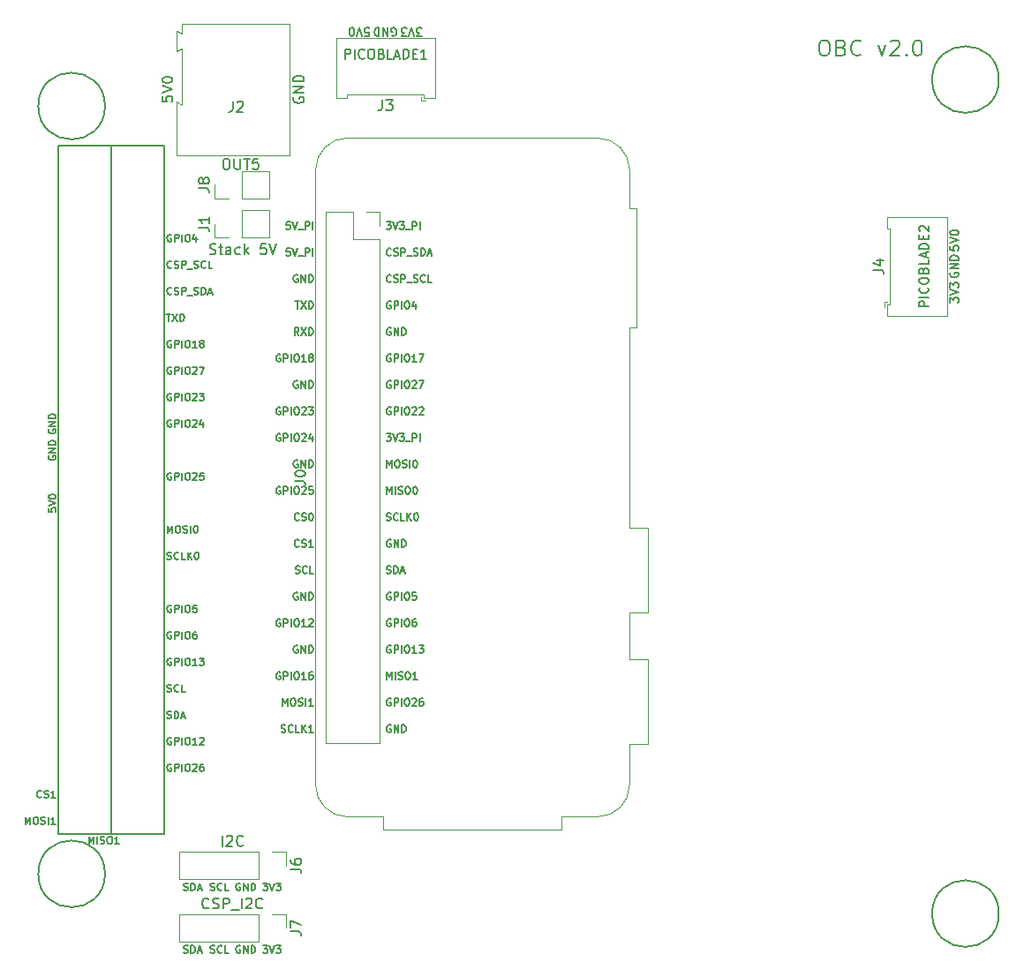
<source format=gto>
G04 #@! TF.GenerationSoftware,KiCad,Pcbnew,6.0.0-unknown-920f128~86~ubuntu18.04.1*
G04 #@! TF.CreationDate,2019-07-19T16:23:03-04:00*
G04 #@! TF.ProjectId,OBC,4f42432e-6b69-4636-9164-5f7063625858,rev?*
G04 #@! TF.SameCoordinates,Original*
G04 #@! TF.FileFunction,Legend,Top*
G04 #@! TF.FilePolarity,Positive*
%FSLAX46Y46*%
G04 Gerber Fmt 4.6, Leading zero omitted, Abs format (unit mm)*
G04 Created by KiCad (PCBNEW 6.0.0-unknown-920f128~86~ubuntu18.04.1) date 2019-07-19 16:23:03*
%MOMM*%
%LPD*%
G04 APERTURE LIST*
%ADD10C,0.150000*%
%ADD11C,0.200000*%
%ADD12C,0.120000*%
G04 APERTURE END LIST*
D10*
X107973809Y-59002380D02*
X108164285Y-59002380D01*
X108259523Y-59050000D01*
X108354761Y-59145238D01*
X108402380Y-59335714D01*
X108402380Y-59669047D01*
X108354761Y-59859523D01*
X108259523Y-59954761D01*
X108164285Y-60002380D01*
X107973809Y-60002380D01*
X107878571Y-59954761D01*
X107783333Y-59859523D01*
X107735714Y-59669047D01*
X107735714Y-59335714D01*
X107783333Y-59145238D01*
X107878571Y-59050000D01*
X107973809Y-59002380D01*
X108830952Y-59002380D02*
X108830952Y-59811904D01*
X108878571Y-59907142D01*
X108926190Y-59954761D01*
X109021428Y-60002380D01*
X109211904Y-60002380D01*
X109307142Y-59954761D01*
X109354761Y-59907142D01*
X109402380Y-59811904D01*
X109402380Y-59002380D01*
X109735714Y-59002380D02*
X110307142Y-59002380D01*
X110021428Y-60002380D02*
X110021428Y-59002380D01*
X111116666Y-59002380D02*
X110640476Y-59002380D01*
X110592857Y-59478571D01*
X110640476Y-59430952D01*
X110735714Y-59383333D01*
X110973809Y-59383333D01*
X111069047Y-59430952D01*
X111116666Y-59478571D01*
X111164285Y-59573809D01*
X111164285Y-59811904D01*
X111116666Y-59907142D01*
X111069047Y-59954761D01*
X110973809Y-60002380D01*
X110735714Y-60002380D01*
X110640476Y-59954761D01*
X110592857Y-59907142D01*
X177461904Y-72815476D02*
X177461904Y-72320238D01*
X177766666Y-72586904D01*
X177766666Y-72472619D01*
X177804761Y-72396428D01*
X177842857Y-72358333D01*
X177919047Y-72320238D01*
X178109523Y-72320238D01*
X178185714Y-72358333D01*
X178223809Y-72396428D01*
X178261904Y-72472619D01*
X178261904Y-72701190D01*
X178223809Y-72777380D01*
X178185714Y-72815476D01*
X177461904Y-72091666D02*
X178261904Y-71825000D01*
X177461904Y-71558333D01*
X177461904Y-71367857D02*
X177461904Y-70872619D01*
X177766666Y-71139285D01*
X177766666Y-71025000D01*
X177804761Y-70948809D01*
X177842857Y-70910714D01*
X177919047Y-70872619D01*
X178109523Y-70872619D01*
X178185714Y-70910714D01*
X178223809Y-70948809D01*
X178261904Y-71025000D01*
X178261904Y-71253571D01*
X178223809Y-71329761D01*
X178185714Y-71367857D01*
X177500000Y-69934523D02*
X177461904Y-70010714D01*
X177461904Y-70125000D01*
X177500000Y-70239285D01*
X177576190Y-70315476D01*
X177652380Y-70353571D01*
X177804761Y-70391666D01*
X177919047Y-70391666D01*
X178071428Y-70353571D01*
X178147619Y-70315476D01*
X178223809Y-70239285D01*
X178261904Y-70125000D01*
X178261904Y-70048809D01*
X178223809Y-69934523D01*
X178185714Y-69896428D01*
X177919047Y-69896428D01*
X177919047Y-70048809D01*
X178261904Y-69553571D02*
X177461904Y-69553571D01*
X178261904Y-69096428D01*
X177461904Y-69096428D01*
X178261904Y-68715476D02*
X177461904Y-68715476D01*
X177461904Y-68525000D01*
X177500000Y-68410714D01*
X177576190Y-68334523D01*
X177652380Y-68296428D01*
X177804761Y-68258333D01*
X177919047Y-68258333D01*
X178071428Y-68296428D01*
X178147619Y-68334523D01*
X178223809Y-68410714D01*
X178261904Y-68525000D01*
X178261904Y-68715476D01*
X177461904Y-67358333D02*
X177461904Y-67739285D01*
X177842857Y-67777380D01*
X177804761Y-67739285D01*
X177766666Y-67663095D01*
X177766666Y-67472619D01*
X177804761Y-67396428D01*
X177842857Y-67358333D01*
X177919047Y-67320238D01*
X178109523Y-67320238D01*
X178185714Y-67358333D01*
X178223809Y-67396428D01*
X178261904Y-67472619D01*
X178261904Y-67663095D01*
X178223809Y-67739285D01*
X178185714Y-67777380D01*
X177461904Y-67091666D02*
X178261904Y-66825000D01*
X177461904Y-66558333D01*
X177461904Y-66139285D02*
X177461904Y-66063095D01*
X177500000Y-65986904D01*
X177538095Y-65948809D01*
X177614285Y-65910714D01*
X177766666Y-65872619D01*
X177957142Y-65872619D01*
X178109523Y-65910714D01*
X178185714Y-65948809D01*
X178223809Y-65986904D01*
X178261904Y-66063095D01*
X178261904Y-66139285D01*
X178223809Y-66215476D01*
X178185714Y-66253571D01*
X178109523Y-66291666D01*
X177957142Y-66329761D01*
X177766666Y-66329761D01*
X177614285Y-66291666D01*
X177538095Y-66253571D01*
X177500000Y-66215476D01*
X177461904Y-66139285D01*
X126815476Y-47238095D02*
X126320238Y-47238095D01*
X126586904Y-46933333D01*
X126472619Y-46933333D01*
X126396428Y-46895238D01*
X126358333Y-46857142D01*
X126320238Y-46780952D01*
X126320238Y-46590476D01*
X126358333Y-46514285D01*
X126396428Y-46476190D01*
X126472619Y-46438095D01*
X126701190Y-46438095D01*
X126777380Y-46476190D01*
X126815476Y-46514285D01*
X126091666Y-47238095D02*
X125825000Y-46438095D01*
X125558333Y-47238095D01*
X125367857Y-47238095D02*
X124872619Y-47238095D01*
X125139285Y-46933333D01*
X125025000Y-46933333D01*
X124948809Y-46895238D01*
X124910714Y-46857142D01*
X124872619Y-46780952D01*
X124872619Y-46590476D01*
X124910714Y-46514285D01*
X124948809Y-46476190D01*
X125025000Y-46438095D01*
X125253571Y-46438095D01*
X125329761Y-46476190D01*
X125367857Y-46514285D01*
X114550000Y-53111904D02*
X114502380Y-53207142D01*
X114502380Y-53350000D01*
X114550000Y-53492857D01*
X114645238Y-53588095D01*
X114740476Y-53635714D01*
X114930952Y-53683333D01*
X115073809Y-53683333D01*
X115264285Y-53635714D01*
X115359523Y-53588095D01*
X115454761Y-53492857D01*
X115502380Y-53350000D01*
X115502380Y-53254761D01*
X115454761Y-53111904D01*
X115407142Y-53064285D01*
X115073809Y-53064285D01*
X115073809Y-53254761D01*
X115502380Y-52635714D02*
X114502380Y-52635714D01*
X115502380Y-52064285D01*
X114502380Y-52064285D01*
X115502380Y-51588095D02*
X114502380Y-51588095D01*
X114502380Y-51350000D01*
X114550000Y-51207142D01*
X114645238Y-51111904D01*
X114740476Y-51064285D01*
X114930952Y-51016666D01*
X115073809Y-51016666D01*
X115264285Y-51064285D01*
X115359523Y-51111904D01*
X115454761Y-51207142D01*
X115502380Y-51350000D01*
X115502380Y-51588095D01*
X101902380Y-53016666D02*
X101902380Y-53492857D01*
X102378571Y-53540476D01*
X102330952Y-53492857D01*
X102283333Y-53397619D01*
X102283333Y-53159523D01*
X102330952Y-53064285D01*
X102378571Y-53016666D01*
X102473809Y-52969047D01*
X102711904Y-52969047D01*
X102807142Y-53016666D01*
X102854761Y-53064285D01*
X102902380Y-53159523D01*
X102902380Y-53397619D01*
X102854761Y-53492857D01*
X102807142Y-53540476D01*
X101902380Y-52683333D02*
X102902380Y-52350000D01*
X101902380Y-52016666D01*
X101902380Y-51492857D02*
X101902380Y-51397619D01*
X101950000Y-51302380D01*
X101997619Y-51254761D01*
X102092857Y-51207142D01*
X102283333Y-51159523D01*
X102521428Y-51159523D01*
X102711904Y-51207142D01*
X102807142Y-51254761D01*
X102854761Y-51302380D01*
X102902380Y-51397619D01*
X102902380Y-51492857D01*
X102854761Y-51588095D01*
X102807142Y-51635714D01*
X102711904Y-51683333D01*
X102521428Y-51730952D01*
X102283333Y-51730952D01*
X102092857Y-51683333D01*
X101997619Y-51635714D01*
X101950000Y-51588095D01*
X101902380Y-51492857D01*
X103980000Y-129158333D02*
X104080000Y-129191666D01*
X104246666Y-129191666D01*
X104313333Y-129158333D01*
X104346666Y-129125000D01*
X104380000Y-129058333D01*
X104380000Y-128991666D01*
X104346666Y-128925000D01*
X104313333Y-128891666D01*
X104246666Y-128858333D01*
X104113333Y-128825000D01*
X104046666Y-128791666D01*
X104013333Y-128758333D01*
X103980000Y-128691666D01*
X103980000Y-128625000D01*
X104013333Y-128558333D01*
X104046666Y-128525000D01*
X104113333Y-128491666D01*
X104280000Y-128491666D01*
X104380000Y-128525000D01*
X104680000Y-129191666D02*
X104680000Y-128491666D01*
X104846666Y-128491666D01*
X104946666Y-128525000D01*
X105013333Y-128591666D01*
X105046666Y-128658333D01*
X105080000Y-128791666D01*
X105080000Y-128891666D01*
X105046666Y-129025000D01*
X105013333Y-129091666D01*
X104946666Y-129158333D01*
X104846666Y-129191666D01*
X104680000Y-129191666D01*
X105346666Y-128991666D02*
X105680000Y-128991666D01*
X105280000Y-129191666D02*
X105513333Y-128491666D01*
X105746666Y-129191666D01*
X106536666Y-129158333D02*
X106636666Y-129191666D01*
X106803333Y-129191666D01*
X106870000Y-129158333D01*
X106903333Y-129125000D01*
X106936666Y-129058333D01*
X106936666Y-128991666D01*
X106903333Y-128925000D01*
X106870000Y-128891666D01*
X106803333Y-128858333D01*
X106670000Y-128825000D01*
X106603333Y-128791666D01*
X106570000Y-128758333D01*
X106536666Y-128691666D01*
X106536666Y-128625000D01*
X106570000Y-128558333D01*
X106603333Y-128525000D01*
X106670000Y-128491666D01*
X106836666Y-128491666D01*
X106936666Y-128525000D01*
X107636666Y-129125000D02*
X107603333Y-129158333D01*
X107503333Y-129191666D01*
X107436666Y-129191666D01*
X107336666Y-129158333D01*
X107270000Y-129091666D01*
X107236666Y-129025000D01*
X107203333Y-128891666D01*
X107203333Y-128791666D01*
X107236666Y-128658333D01*
X107270000Y-128591666D01*
X107336666Y-128525000D01*
X107436666Y-128491666D01*
X107503333Y-128491666D01*
X107603333Y-128525000D01*
X107636666Y-128558333D01*
X108270000Y-129191666D02*
X107936666Y-129191666D01*
X107936666Y-128491666D01*
X109376666Y-128525000D02*
X109310000Y-128491666D01*
X109210000Y-128491666D01*
X109110000Y-128525000D01*
X109043333Y-128591666D01*
X109010000Y-128658333D01*
X108976666Y-128791666D01*
X108976666Y-128891666D01*
X109010000Y-129025000D01*
X109043333Y-129091666D01*
X109110000Y-129158333D01*
X109210000Y-129191666D01*
X109276666Y-129191666D01*
X109376666Y-129158333D01*
X109410000Y-129125000D01*
X109410000Y-128891666D01*
X109276666Y-128891666D01*
X109710000Y-129191666D02*
X109710000Y-128491666D01*
X110110000Y-129191666D01*
X110110000Y-128491666D01*
X110443333Y-129191666D02*
X110443333Y-128491666D01*
X110610000Y-128491666D01*
X110710000Y-128525000D01*
X110776666Y-128591666D01*
X110810000Y-128658333D01*
X110843333Y-128791666D01*
X110843333Y-128891666D01*
X110810000Y-129025000D01*
X110776666Y-129091666D01*
X110710000Y-129158333D01*
X110610000Y-129191666D01*
X110443333Y-129191666D01*
X111583333Y-128491666D02*
X112016666Y-128491666D01*
X111783333Y-128758333D01*
X111883333Y-128758333D01*
X111950000Y-128791666D01*
X111983333Y-128825000D01*
X112016666Y-128891666D01*
X112016666Y-129058333D01*
X111983333Y-129125000D01*
X111950000Y-129158333D01*
X111883333Y-129191666D01*
X111683333Y-129191666D01*
X111616666Y-129158333D01*
X111583333Y-129125000D01*
X112216666Y-128491666D02*
X112450000Y-129191666D01*
X112683333Y-128491666D01*
X112850000Y-128491666D02*
X113283333Y-128491666D01*
X113050000Y-128758333D01*
X113150000Y-128758333D01*
X113216666Y-128791666D01*
X113250000Y-128825000D01*
X113283333Y-128891666D01*
X113283333Y-129058333D01*
X113250000Y-129125000D01*
X113216666Y-129158333D01*
X113150000Y-129191666D01*
X112950000Y-129191666D01*
X112883333Y-129158333D01*
X112850000Y-129125000D01*
X107663809Y-124927380D02*
X107663809Y-123927380D01*
X108092380Y-124022619D02*
X108140000Y-123975000D01*
X108235238Y-123927380D01*
X108473333Y-123927380D01*
X108568571Y-123975000D01*
X108616190Y-124022619D01*
X108663809Y-124117857D01*
X108663809Y-124213095D01*
X108616190Y-124355952D01*
X108044761Y-124927380D01*
X108663809Y-124927380D01*
X109663809Y-124832142D02*
X109616190Y-124879761D01*
X109473333Y-124927380D01*
X109378095Y-124927380D01*
X109235238Y-124879761D01*
X109140000Y-124784523D01*
X109092380Y-124689285D01*
X109044761Y-124498809D01*
X109044761Y-124355952D01*
X109092380Y-124165476D01*
X109140000Y-124070238D01*
X109235238Y-123975000D01*
X109378095Y-123927380D01*
X109473333Y-123927380D01*
X109616190Y-123975000D01*
X109663809Y-124022619D01*
X106378095Y-130832142D02*
X106330476Y-130879761D01*
X106187619Y-130927380D01*
X106092380Y-130927380D01*
X105949523Y-130879761D01*
X105854285Y-130784523D01*
X105806666Y-130689285D01*
X105759047Y-130498809D01*
X105759047Y-130355952D01*
X105806666Y-130165476D01*
X105854285Y-130070238D01*
X105949523Y-129975000D01*
X106092380Y-129927380D01*
X106187619Y-129927380D01*
X106330476Y-129975000D01*
X106378095Y-130022619D01*
X106759047Y-130879761D02*
X106901904Y-130927380D01*
X107140000Y-130927380D01*
X107235238Y-130879761D01*
X107282857Y-130832142D01*
X107330476Y-130736904D01*
X107330476Y-130641666D01*
X107282857Y-130546428D01*
X107235238Y-130498809D01*
X107140000Y-130451190D01*
X106949523Y-130403571D01*
X106854285Y-130355952D01*
X106806666Y-130308333D01*
X106759047Y-130213095D01*
X106759047Y-130117857D01*
X106806666Y-130022619D01*
X106854285Y-129975000D01*
X106949523Y-129927380D01*
X107187619Y-129927380D01*
X107330476Y-129975000D01*
X107759047Y-130927380D02*
X107759047Y-129927380D01*
X108140000Y-129927380D01*
X108235238Y-129975000D01*
X108282857Y-130022619D01*
X108330476Y-130117857D01*
X108330476Y-130260714D01*
X108282857Y-130355952D01*
X108235238Y-130403571D01*
X108140000Y-130451190D01*
X107759047Y-130451190D01*
X108520952Y-131022619D02*
X109282857Y-131022619D01*
X109520952Y-130927380D02*
X109520952Y-129927380D01*
X109949523Y-130022619D02*
X109997142Y-129975000D01*
X110092380Y-129927380D01*
X110330476Y-129927380D01*
X110425714Y-129975000D01*
X110473333Y-130022619D01*
X110520952Y-130117857D01*
X110520952Y-130213095D01*
X110473333Y-130355952D01*
X109901904Y-130927380D01*
X110520952Y-130927380D01*
X111520952Y-130832142D02*
X111473333Y-130879761D01*
X111330476Y-130927380D01*
X111235238Y-130927380D01*
X111092380Y-130879761D01*
X110997142Y-130784523D01*
X110949523Y-130689285D01*
X110901904Y-130498809D01*
X110901904Y-130355952D01*
X110949523Y-130165476D01*
X110997142Y-130070238D01*
X111092380Y-129975000D01*
X111235238Y-129927380D01*
X111330476Y-129927380D01*
X111473333Y-129975000D01*
X111520952Y-130022619D01*
X103980000Y-135158333D02*
X104080000Y-135191666D01*
X104246666Y-135191666D01*
X104313333Y-135158333D01*
X104346666Y-135125000D01*
X104380000Y-135058333D01*
X104380000Y-134991666D01*
X104346666Y-134925000D01*
X104313333Y-134891666D01*
X104246666Y-134858333D01*
X104113333Y-134825000D01*
X104046666Y-134791666D01*
X104013333Y-134758333D01*
X103980000Y-134691666D01*
X103980000Y-134625000D01*
X104013333Y-134558333D01*
X104046666Y-134525000D01*
X104113333Y-134491666D01*
X104280000Y-134491666D01*
X104380000Y-134525000D01*
X104680000Y-135191666D02*
X104680000Y-134491666D01*
X104846666Y-134491666D01*
X104946666Y-134525000D01*
X105013333Y-134591666D01*
X105046666Y-134658333D01*
X105080000Y-134791666D01*
X105080000Y-134891666D01*
X105046666Y-135025000D01*
X105013333Y-135091666D01*
X104946666Y-135158333D01*
X104846666Y-135191666D01*
X104680000Y-135191666D01*
X105346666Y-134991666D02*
X105680000Y-134991666D01*
X105280000Y-135191666D02*
X105513333Y-134491666D01*
X105746666Y-135191666D01*
X106536666Y-135158333D02*
X106636666Y-135191666D01*
X106803333Y-135191666D01*
X106870000Y-135158333D01*
X106903333Y-135125000D01*
X106936666Y-135058333D01*
X106936666Y-134991666D01*
X106903333Y-134925000D01*
X106870000Y-134891666D01*
X106803333Y-134858333D01*
X106670000Y-134825000D01*
X106603333Y-134791666D01*
X106570000Y-134758333D01*
X106536666Y-134691666D01*
X106536666Y-134625000D01*
X106570000Y-134558333D01*
X106603333Y-134525000D01*
X106670000Y-134491666D01*
X106836666Y-134491666D01*
X106936666Y-134525000D01*
X107636666Y-135125000D02*
X107603333Y-135158333D01*
X107503333Y-135191666D01*
X107436666Y-135191666D01*
X107336666Y-135158333D01*
X107270000Y-135091666D01*
X107236666Y-135025000D01*
X107203333Y-134891666D01*
X107203333Y-134791666D01*
X107236666Y-134658333D01*
X107270000Y-134591666D01*
X107336666Y-134525000D01*
X107436666Y-134491666D01*
X107503333Y-134491666D01*
X107603333Y-134525000D01*
X107636666Y-134558333D01*
X108270000Y-135191666D02*
X107936666Y-135191666D01*
X107936666Y-134491666D01*
X109376666Y-134525000D02*
X109310000Y-134491666D01*
X109210000Y-134491666D01*
X109110000Y-134525000D01*
X109043333Y-134591666D01*
X109010000Y-134658333D01*
X108976666Y-134791666D01*
X108976666Y-134891666D01*
X109010000Y-135025000D01*
X109043333Y-135091666D01*
X109110000Y-135158333D01*
X109210000Y-135191666D01*
X109276666Y-135191666D01*
X109376666Y-135158333D01*
X109410000Y-135125000D01*
X109410000Y-134891666D01*
X109276666Y-134891666D01*
X109710000Y-135191666D02*
X109710000Y-134491666D01*
X110110000Y-135191666D01*
X110110000Y-134491666D01*
X110443333Y-135191666D02*
X110443333Y-134491666D01*
X110610000Y-134491666D01*
X110710000Y-134525000D01*
X110776666Y-134591666D01*
X110810000Y-134658333D01*
X110843333Y-134791666D01*
X110843333Y-134891666D01*
X110810000Y-135025000D01*
X110776666Y-135091666D01*
X110710000Y-135158333D01*
X110610000Y-135191666D01*
X110443333Y-135191666D01*
X111583333Y-134491666D02*
X112016666Y-134491666D01*
X111783333Y-134758333D01*
X111883333Y-134758333D01*
X111950000Y-134791666D01*
X111983333Y-134825000D01*
X112016666Y-134891666D01*
X112016666Y-135058333D01*
X111983333Y-135125000D01*
X111950000Y-135158333D01*
X111883333Y-135191666D01*
X111683333Y-135191666D01*
X111616666Y-135158333D01*
X111583333Y-135125000D01*
X112216666Y-134491666D02*
X112450000Y-135191666D01*
X112683333Y-134491666D01*
X112850000Y-134491666D02*
X113283333Y-134491666D01*
X113050000Y-134758333D01*
X113150000Y-134758333D01*
X113216666Y-134791666D01*
X113250000Y-134825000D01*
X113283333Y-134891666D01*
X113283333Y-135058333D01*
X113250000Y-135125000D01*
X113216666Y-135158333D01*
X113150000Y-135191666D01*
X112950000Y-135191666D01*
X112883333Y-135158333D01*
X112850000Y-135125000D01*
X121358333Y-47238095D02*
X121739285Y-47238095D01*
X121777380Y-46857142D01*
X121739285Y-46895238D01*
X121663095Y-46933333D01*
X121472619Y-46933333D01*
X121396428Y-46895238D01*
X121358333Y-46857142D01*
X121320238Y-46780952D01*
X121320238Y-46590476D01*
X121358333Y-46514285D01*
X121396428Y-46476190D01*
X121472619Y-46438095D01*
X121663095Y-46438095D01*
X121739285Y-46476190D01*
X121777380Y-46514285D01*
X121091666Y-47238095D02*
X120825000Y-46438095D01*
X120558333Y-47238095D01*
X120139285Y-47238095D02*
X120063095Y-47238095D01*
X119986904Y-47200000D01*
X119948809Y-47161904D01*
X119910714Y-47085714D01*
X119872619Y-46933333D01*
X119872619Y-46742857D01*
X119910714Y-46590476D01*
X119948809Y-46514285D01*
X119986904Y-46476190D01*
X120063095Y-46438095D01*
X120139285Y-46438095D01*
X120215476Y-46476190D01*
X120253571Y-46514285D01*
X120291666Y-46590476D01*
X120329761Y-46742857D01*
X120329761Y-46933333D01*
X120291666Y-47085714D01*
X120253571Y-47161904D01*
X120215476Y-47200000D01*
X120139285Y-47238095D01*
X123934523Y-47200000D02*
X124010714Y-47238095D01*
X124125000Y-47238095D01*
X124239285Y-47200000D01*
X124315476Y-47123809D01*
X124353571Y-47047619D01*
X124391666Y-46895238D01*
X124391666Y-46780952D01*
X124353571Y-46628571D01*
X124315476Y-46552380D01*
X124239285Y-46476190D01*
X124125000Y-46438095D01*
X124048809Y-46438095D01*
X123934523Y-46476190D01*
X123896428Y-46514285D01*
X123896428Y-46780952D01*
X124048809Y-46780952D01*
X123553571Y-46438095D02*
X123553571Y-47238095D01*
X123096428Y-46438095D01*
X123096428Y-47238095D01*
X122715476Y-46438095D02*
X122715476Y-47238095D01*
X122525000Y-47238095D01*
X122410714Y-47200000D01*
X122334523Y-47123809D01*
X122296428Y-47047619D01*
X122258333Y-46895238D01*
X122258333Y-46780952D01*
X122296428Y-46628571D01*
X122334523Y-46552380D01*
X122410714Y-46476190D01*
X122525000Y-46438095D01*
X122715476Y-46438095D01*
D11*
X165278571Y-47628571D02*
X165564285Y-47628571D01*
X165707142Y-47700000D01*
X165850000Y-47842857D01*
X165921428Y-48128571D01*
X165921428Y-48628571D01*
X165850000Y-48914285D01*
X165707142Y-49057142D01*
X165564285Y-49128571D01*
X165278571Y-49128571D01*
X165135714Y-49057142D01*
X164992857Y-48914285D01*
X164921428Y-48628571D01*
X164921428Y-48128571D01*
X164992857Y-47842857D01*
X165135714Y-47700000D01*
X165278571Y-47628571D01*
X167064285Y-48342857D02*
X167278571Y-48414285D01*
X167350000Y-48485714D01*
X167421428Y-48628571D01*
X167421428Y-48842857D01*
X167350000Y-48985714D01*
X167278571Y-49057142D01*
X167135714Y-49128571D01*
X166564285Y-49128571D01*
X166564285Y-47628571D01*
X167064285Y-47628571D01*
X167207142Y-47700000D01*
X167278571Y-47771428D01*
X167350000Y-47914285D01*
X167350000Y-48057142D01*
X167278571Y-48200000D01*
X167207142Y-48271428D01*
X167064285Y-48342857D01*
X166564285Y-48342857D01*
X168921428Y-48985714D02*
X168850000Y-49057142D01*
X168635714Y-49128571D01*
X168492857Y-49128571D01*
X168278571Y-49057142D01*
X168135714Y-48914285D01*
X168064285Y-48771428D01*
X167992857Y-48485714D01*
X167992857Y-48271428D01*
X168064285Y-47985714D01*
X168135714Y-47842857D01*
X168278571Y-47700000D01*
X168492857Y-47628571D01*
X168635714Y-47628571D01*
X168850000Y-47700000D01*
X168921428Y-47771428D01*
X170564285Y-48128571D02*
X170921428Y-49128571D01*
X171278571Y-48128571D01*
X171778571Y-47771428D02*
X171850000Y-47700000D01*
X171992857Y-47628571D01*
X172350000Y-47628571D01*
X172492857Y-47700000D01*
X172564285Y-47771428D01*
X172635714Y-47914285D01*
X172635714Y-48057142D01*
X172564285Y-48271428D01*
X171707142Y-49128571D01*
X172635714Y-49128571D01*
X173278571Y-48985714D02*
X173350000Y-49057142D01*
X173278571Y-49128571D01*
X173207142Y-49057142D01*
X173278571Y-48985714D01*
X173278571Y-49128571D01*
X174278571Y-47628571D02*
X174421428Y-47628571D01*
X174564285Y-47700000D01*
X174635714Y-47771428D01*
X174707142Y-47914285D01*
X174778571Y-48200000D01*
X174778571Y-48557142D01*
X174707142Y-48842857D01*
X174635714Y-48985714D01*
X174564285Y-49057142D01*
X174421428Y-49128571D01*
X174278571Y-49128571D01*
X174135714Y-49057142D01*
X174064285Y-48985714D01*
X173992857Y-48842857D01*
X173921428Y-48557142D01*
X173921428Y-48200000D01*
X173992857Y-47914285D01*
X174064285Y-47771428D01*
X174135714Y-47700000D01*
X174278571Y-47628571D01*
D10*
X123397500Y-85376666D02*
X123830833Y-85376666D01*
X123597500Y-85643333D01*
X123697500Y-85643333D01*
X123764166Y-85676666D01*
X123797500Y-85710000D01*
X123830833Y-85776666D01*
X123830833Y-85943333D01*
X123797500Y-86010000D01*
X123764166Y-86043333D01*
X123697500Y-86076666D01*
X123497500Y-86076666D01*
X123430833Y-86043333D01*
X123397500Y-86010000D01*
X124030833Y-85376666D02*
X124264166Y-86076666D01*
X124497500Y-85376666D01*
X124664166Y-85376666D02*
X125097500Y-85376666D01*
X124864166Y-85643333D01*
X124964166Y-85643333D01*
X125030833Y-85676666D01*
X125064166Y-85710000D01*
X125097500Y-85776666D01*
X125097500Y-85943333D01*
X125064166Y-86010000D01*
X125030833Y-86043333D01*
X124964166Y-86076666D01*
X124764166Y-86076666D01*
X124697500Y-86043333D01*
X124664166Y-86010000D01*
X125230833Y-86143333D02*
X125764166Y-86143333D01*
X125930833Y-86076666D02*
X125930833Y-85376666D01*
X126197500Y-85376666D01*
X126264166Y-85410000D01*
X126297500Y-85443333D01*
X126330833Y-85510000D01*
X126330833Y-85610000D01*
X126297500Y-85676666D01*
X126264166Y-85710000D01*
X126197500Y-85743333D01*
X125930833Y-85743333D01*
X126630833Y-86076666D02*
X126630833Y-85376666D01*
X123830833Y-113350000D02*
X123764166Y-113316666D01*
X123664166Y-113316666D01*
X123564166Y-113350000D01*
X123497500Y-113416666D01*
X123464166Y-113483333D01*
X123430833Y-113616666D01*
X123430833Y-113716666D01*
X123464166Y-113850000D01*
X123497500Y-113916666D01*
X123564166Y-113983333D01*
X123664166Y-114016666D01*
X123730833Y-114016666D01*
X123830833Y-113983333D01*
X123864166Y-113950000D01*
X123864166Y-113716666D01*
X123730833Y-113716666D01*
X124164166Y-114016666D02*
X124164166Y-113316666D01*
X124564166Y-114016666D01*
X124564166Y-113316666D01*
X124897500Y-114016666D02*
X124897500Y-113316666D01*
X125064166Y-113316666D01*
X125164166Y-113350000D01*
X125230833Y-113416666D01*
X125264166Y-113483333D01*
X125297500Y-113616666D01*
X125297500Y-113716666D01*
X125264166Y-113850000D01*
X125230833Y-113916666D01*
X125164166Y-113983333D01*
X125064166Y-114016666D01*
X124897500Y-114016666D01*
X123830833Y-110810000D02*
X123764166Y-110776666D01*
X123664166Y-110776666D01*
X123564166Y-110810000D01*
X123497500Y-110876666D01*
X123464166Y-110943333D01*
X123430833Y-111076666D01*
X123430833Y-111176666D01*
X123464166Y-111310000D01*
X123497500Y-111376666D01*
X123564166Y-111443333D01*
X123664166Y-111476666D01*
X123730833Y-111476666D01*
X123830833Y-111443333D01*
X123864166Y-111410000D01*
X123864166Y-111176666D01*
X123730833Y-111176666D01*
X124164166Y-111476666D02*
X124164166Y-110776666D01*
X124430833Y-110776666D01*
X124497500Y-110810000D01*
X124530833Y-110843333D01*
X124564166Y-110910000D01*
X124564166Y-111010000D01*
X124530833Y-111076666D01*
X124497500Y-111110000D01*
X124430833Y-111143333D01*
X124164166Y-111143333D01*
X124864166Y-111476666D02*
X124864166Y-110776666D01*
X125330833Y-110776666D02*
X125464166Y-110776666D01*
X125530833Y-110810000D01*
X125597500Y-110876666D01*
X125630833Y-111010000D01*
X125630833Y-111243333D01*
X125597500Y-111376666D01*
X125530833Y-111443333D01*
X125464166Y-111476666D01*
X125330833Y-111476666D01*
X125264166Y-111443333D01*
X125197500Y-111376666D01*
X125164166Y-111243333D01*
X125164166Y-111010000D01*
X125197500Y-110876666D01*
X125264166Y-110810000D01*
X125330833Y-110776666D01*
X125897500Y-110843333D02*
X125930833Y-110810000D01*
X125997500Y-110776666D01*
X126164166Y-110776666D01*
X126230833Y-110810000D01*
X126264166Y-110843333D01*
X126297500Y-110910000D01*
X126297500Y-110976666D01*
X126264166Y-111076666D01*
X125864166Y-111476666D01*
X126297500Y-111476666D01*
X126897500Y-110776666D02*
X126764166Y-110776666D01*
X126697500Y-110810000D01*
X126664166Y-110843333D01*
X126597500Y-110943333D01*
X126564166Y-111076666D01*
X126564166Y-111343333D01*
X126597500Y-111410000D01*
X126630833Y-111443333D01*
X126697500Y-111476666D01*
X126830833Y-111476666D01*
X126897500Y-111443333D01*
X126930833Y-111410000D01*
X126964166Y-111343333D01*
X126964166Y-111176666D01*
X126930833Y-111110000D01*
X126897500Y-111076666D01*
X126830833Y-111043333D01*
X126697500Y-111043333D01*
X126630833Y-111076666D01*
X126597500Y-111110000D01*
X126564166Y-111176666D01*
X123464166Y-108936666D02*
X123464166Y-108236666D01*
X123697500Y-108736666D01*
X123930833Y-108236666D01*
X123930833Y-108936666D01*
X124264166Y-108936666D02*
X124264166Y-108236666D01*
X124564166Y-108903333D02*
X124664166Y-108936666D01*
X124830833Y-108936666D01*
X124897500Y-108903333D01*
X124930833Y-108870000D01*
X124964166Y-108803333D01*
X124964166Y-108736666D01*
X124930833Y-108670000D01*
X124897500Y-108636666D01*
X124830833Y-108603333D01*
X124697500Y-108570000D01*
X124630833Y-108536666D01*
X124597500Y-108503333D01*
X124564166Y-108436666D01*
X124564166Y-108370000D01*
X124597500Y-108303333D01*
X124630833Y-108270000D01*
X124697500Y-108236666D01*
X124864166Y-108236666D01*
X124964166Y-108270000D01*
X125397500Y-108236666D02*
X125530833Y-108236666D01*
X125597500Y-108270000D01*
X125664166Y-108336666D01*
X125697500Y-108470000D01*
X125697500Y-108703333D01*
X125664166Y-108836666D01*
X125597500Y-108903333D01*
X125530833Y-108936666D01*
X125397500Y-108936666D01*
X125330833Y-108903333D01*
X125264166Y-108836666D01*
X125230833Y-108703333D01*
X125230833Y-108470000D01*
X125264166Y-108336666D01*
X125330833Y-108270000D01*
X125397500Y-108236666D01*
X126364166Y-108936666D02*
X125964166Y-108936666D01*
X126164166Y-108936666D02*
X126164166Y-108236666D01*
X126097500Y-108336666D01*
X126030833Y-108403333D01*
X125964166Y-108436666D01*
X123830833Y-105730000D02*
X123764166Y-105696666D01*
X123664166Y-105696666D01*
X123564166Y-105730000D01*
X123497500Y-105796666D01*
X123464166Y-105863333D01*
X123430833Y-105996666D01*
X123430833Y-106096666D01*
X123464166Y-106230000D01*
X123497500Y-106296666D01*
X123564166Y-106363333D01*
X123664166Y-106396666D01*
X123730833Y-106396666D01*
X123830833Y-106363333D01*
X123864166Y-106330000D01*
X123864166Y-106096666D01*
X123730833Y-106096666D01*
X124164166Y-106396666D02*
X124164166Y-105696666D01*
X124430833Y-105696666D01*
X124497500Y-105730000D01*
X124530833Y-105763333D01*
X124564166Y-105830000D01*
X124564166Y-105930000D01*
X124530833Y-105996666D01*
X124497500Y-106030000D01*
X124430833Y-106063333D01*
X124164166Y-106063333D01*
X124864166Y-106396666D02*
X124864166Y-105696666D01*
X125330833Y-105696666D02*
X125464166Y-105696666D01*
X125530833Y-105730000D01*
X125597500Y-105796666D01*
X125630833Y-105930000D01*
X125630833Y-106163333D01*
X125597500Y-106296666D01*
X125530833Y-106363333D01*
X125464166Y-106396666D01*
X125330833Y-106396666D01*
X125264166Y-106363333D01*
X125197500Y-106296666D01*
X125164166Y-106163333D01*
X125164166Y-105930000D01*
X125197500Y-105796666D01*
X125264166Y-105730000D01*
X125330833Y-105696666D01*
X126297500Y-106396666D02*
X125897500Y-106396666D01*
X126097500Y-106396666D02*
X126097500Y-105696666D01*
X126030833Y-105796666D01*
X125964166Y-105863333D01*
X125897500Y-105896666D01*
X126530833Y-105696666D02*
X126964166Y-105696666D01*
X126730833Y-105963333D01*
X126830833Y-105963333D01*
X126897500Y-105996666D01*
X126930833Y-106030000D01*
X126964166Y-106096666D01*
X126964166Y-106263333D01*
X126930833Y-106330000D01*
X126897500Y-106363333D01*
X126830833Y-106396666D01*
X126630833Y-106396666D01*
X126564166Y-106363333D01*
X126530833Y-106330000D01*
X123830833Y-103190000D02*
X123764166Y-103156666D01*
X123664166Y-103156666D01*
X123564166Y-103190000D01*
X123497500Y-103256666D01*
X123464166Y-103323333D01*
X123430833Y-103456666D01*
X123430833Y-103556666D01*
X123464166Y-103690000D01*
X123497500Y-103756666D01*
X123564166Y-103823333D01*
X123664166Y-103856666D01*
X123730833Y-103856666D01*
X123830833Y-103823333D01*
X123864166Y-103790000D01*
X123864166Y-103556666D01*
X123730833Y-103556666D01*
X124164166Y-103856666D02*
X124164166Y-103156666D01*
X124430833Y-103156666D01*
X124497500Y-103190000D01*
X124530833Y-103223333D01*
X124564166Y-103290000D01*
X124564166Y-103390000D01*
X124530833Y-103456666D01*
X124497500Y-103490000D01*
X124430833Y-103523333D01*
X124164166Y-103523333D01*
X124864166Y-103856666D02*
X124864166Y-103156666D01*
X125330833Y-103156666D02*
X125464166Y-103156666D01*
X125530833Y-103190000D01*
X125597500Y-103256666D01*
X125630833Y-103390000D01*
X125630833Y-103623333D01*
X125597500Y-103756666D01*
X125530833Y-103823333D01*
X125464166Y-103856666D01*
X125330833Y-103856666D01*
X125264166Y-103823333D01*
X125197500Y-103756666D01*
X125164166Y-103623333D01*
X125164166Y-103390000D01*
X125197500Y-103256666D01*
X125264166Y-103190000D01*
X125330833Y-103156666D01*
X126230833Y-103156666D02*
X126097500Y-103156666D01*
X126030833Y-103190000D01*
X125997500Y-103223333D01*
X125930833Y-103323333D01*
X125897500Y-103456666D01*
X125897500Y-103723333D01*
X125930833Y-103790000D01*
X125964166Y-103823333D01*
X126030833Y-103856666D01*
X126164166Y-103856666D01*
X126230833Y-103823333D01*
X126264166Y-103790000D01*
X126297500Y-103723333D01*
X126297500Y-103556666D01*
X126264166Y-103490000D01*
X126230833Y-103456666D01*
X126164166Y-103423333D01*
X126030833Y-103423333D01*
X125964166Y-103456666D01*
X125930833Y-103490000D01*
X125897500Y-103556666D01*
X123830833Y-100650000D02*
X123764166Y-100616666D01*
X123664166Y-100616666D01*
X123564166Y-100650000D01*
X123497500Y-100716666D01*
X123464166Y-100783333D01*
X123430833Y-100916666D01*
X123430833Y-101016666D01*
X123464166Y-101150000D01*
X123497500Y-101216666D01*
X123564166Y-101283333D01*
X123664166Y-101316666D01*
X123730833Y-101316666D01*
X123830833Y-101283333D01*
X123864166Y-101250000D01*
X123864166Y-101016666D01*
X123730833Y-101016666D01*
X124164166Y-101316666D02*
X124164166Y-100616666D01*
X124430833Y-100616666D01*
X124497500Y-100650000D01*
X124530833Y-100683333D01*
X124564166Y-100750000D01*
X124564166Y-100850000D01*
X124530833Y-100916666D01*
X124497500Y-100950000D01*
X124430833Y-100983333D01*
X124164166Y-100983333D01*
X124864166Y-101316666D02*
X124864166Y-100616666D01*
X125330833Y-100616666D02*
X125464166Y-100616666D01*
X125530833Y-100650000D01*
X125597500Y-100716666D01*
X125630833Y-100850000D01*
X125630833Y-101083333D01*
X125597500Y-101216666D01*
X125530833Y-101283333D01*
X125464166Y-101316666D01*
X125330833Y-101316666D01*
X125264166Y-101283333D01*
X125197500Y-101216666D01*
X125164166Y-101083333D01*
X125164166Y-100850000D01*
X125197500Y-100716666D01*
X125264166Y-100650000D01*
X125330833Y-100616666D01*
X126264166Y-100616666D02*
X125930833Y-100616666D01*
X125897500Y-100950000D01*
X125930833Y-100916666D01*
X125997500Y-100883333D01*
X126164166Y-100883333D01*
X126230833Y-100916666D01*
X126264166Y-100950000D01*
X126297500Y-101016666D01*
X126297500Y-101183333D01*
X126264166Y-101250000D01*
X126230833Y-101283333D01*
X126164166Y-101316666D01*
X125997500Y-101316666D01*
X125930833Y-101283333D01*
X125897500Y-101250000D01*
X123430833Y-98743333D02*
X123530833Y-98776666D01*
X123697500Y-98776666D01*
X123764166Y-98743333D01*
X123797500Y-98710000D01*
X123830833Y-98643333D01*
X123830833Y-98576666D01*
X123797500Y-98510000D01*
X123764166Y-98476666D01*
X123697500Y-98443333D01*
X123564166Y-98410000D01*
X123497500Y-98376666D01*
X123464166Y-98343333D01*
X123430833Y-98276666D01*
X123430833Y-98210000D01*
X123464166Y-98143333D01*
X123497500Y-98110000D01*
X123564166Y-98076666D01*
X123730833Y-98076666D01*
X123830833Y-98110000D01*
X124130833Y-98776666D02*
X124130833Y-98076666D01*
X124297500Y-98076666D01*
X124397500Y-98110000D01*
X124464166Y-98176666D01*
X124497500Y-98243333D01*
X124530833Y-98376666D01*
X124530833Y-98476666D01*
X124497500Y-98610000D01*
X124464166Y-98676666D01*
X124397500Y-98743333D01*
X124297500Y-98776666D01*
X124130833Y-98776666D01*
X124797500Y-98576666D02*
X125130833Y-98576666D01*
X124730833Y-98776666D02*
X124964166Y-98076666D01*
X125197500Y-98776666D01*
X123830833Y-95570000D02*
X123764166Y-95536666D01*
X123664166Y-95536666D01*
X123564166Y-95570000D01*
X123497500Y-95636666D01*
X123464166Y-95703333D01*
X123430833Y-95836666D01*
X123430833Y-95936666D01*
X123464166Y-96070000D01*
X123497500Y-96136666D01*
X123564166Y-96203333D01*
X123664166Y-96236666D01*
X123730833Y-96236666D01*
X123830833Y-96203333D01*
X123864166Y-96170000D01*
X123864166Y-95936666D01*
X123730833Y-95936666D01*
X124164166Y-96236666D02*
X124164166Y-95536666D01*
X124564166Y-96236666D01*
X124564166Y-95536666D01*
X124897500Y-96236666D02*
X124897500Y-95536666D01*
X125064166Y-95536666D01*
X125164166Y-95570000D01*
X125230833Y-95636666D01*
X125264166Y-95703333D01*
X125297500Y-95836666D01*
X125297500Y-95936666D01*
X125264166Y-96070000D01*
X125230833Y-96136666D01*
X125164166Y-96203333D01*
X125064166Y-96236666D01*
X124897500Y-96236666D01*
X123430833Y-93663333D02*
X123530833Y-93696666D01*
X123697500Y-93696666D01*
X123764166Y-93663333D01*
X123797500Y-93630000D01*
X123830833Y-93563333D01*
X123830833Y-93496666D01*
X123797500Y-93430000D01*
X123764166Y-93396666D01*
X123697500Y-93363333D01*
X123564166Y-93330000D01*
X123497500Y-93296666D01*
X123464166Y-93263333D01*
X123430833Y-93196666D01*
X123430833Y-93130000D01*
X123464166Y-93063333D01*
X123497500Y-93030000D01*
X123564166Y-92996666D01*
X123730833Y-92996666D01*
X123830833Y-93030000D01*
X124530833Y-93630000D02*
X124497500Y-93663333D01*
X124397500Y-93696666D01*
X124330833Y-93696666D01*
X124230833Y-93663333D01*
X124164166Y-93596666D01*
X124130833Y-93530000D01*
X124097500Y-93396666D01*
X124097500Y-93296666D01*
X124130833Y-93163333D01*
X124164166Y-93096666D01*
X124230833Y-93030000D01*
X124330833Y-92996666D01*
X124397500Y-92996666D01*
X124497500Y-93030000D01*
X124530833Y-93063333D01*
X125164166Y-93696666D02*
X124830833Y-93696666D01*
X124830833Y-92996666D01*
X125397500Y-93696666D02*
X125397500Y-92996666D01*
X125797500Y-93696666D02*
X125497500Y-93296666D01*
X125797500Y-92996666D02*
X125397500Y-93396666D01*
X126230833Y-92996666D02*
X126297500Y-92996666D01*
X126364166Y-93030000D01*
X126397500Y-93063333D01*
X126430833Y-93130000D01*
X126464166Y-93263333D01*
X126464166Y-93430000D01*
X126430833Y-93563333D01*
X126397500Y-93630000D01*
X126364166Y-93663333D01*
X126297500Y-93696666D01*
X126230833Y-93696666D01*
X126164166Y-93663333D01*
X126130833Y-93630000D01*
X126097500Y-93563333D01*
X126064166Y-93430000D01*
X126064166Y-93263333D01*
X126097500Y-93130000D01*
X126130833Y-93063333D01*
X126164166Y-93030000D01*
X126230833Y-92996666D01*
X123464166Y-91156666D02*
X123464166Y-90456666D01*
X123697500Y-90956666D01*
X123930833Y-90456666D01*
X123930833Y-91156666D01*
X124264166Y-91156666D02*
X124264166Y-90456666D01*
X124564166Y-91123333D02*
X124664166Y-91156666D01*
X124830833Y-91156666D01*
X124897500Y-91123333D01*
X124930833Y-91090000D01*
X124964166Y-91023333D01*
X124964166Y-90956666D01*
X124930833Y-90890000D01*
X124897500Y-90856666D01*
X124830833Y-90823333D01*
X124697500Y-90790000D01*
X124630833Y-90756666D01*
X124597500Y-90723333D01*
X124564166Y-90656666D01*
X124564166Y-90590000D01*
X124597500Y-90523333D01*
X124630833Y-90490000D01*
X124697500Y-90456666D01*
X124864166Y-90456666D01*
X124964166Y-90490000D01*
X125397500Y-90456666D02*
X125530833Y-90456666D01*
X125597500Y-90490000D01*
X125664166Y-90556666D01*
X125697500Y-90690000D01*
X125697500Y-90923333D01*
X125664166Y-91056666D01*
X125597500Y-91123333D01*
X125530833Y-91156666D01*
X125397500Y-91156666D01*
X125330833Y-91123333D01*
X125264166Y-91056666D01*
X125230833Y-90923333D01*
X125230833Y-90690000D01*
X125264166Y-90556666D01*
X125330833Y-90490000D01*
X125397500Y-90456666D01*
X126130833Y-90456666D02*
X126197500Y-90456666D01*
X126264166Y-90490000D01*
X126297500Y-90523333D01*
X126330833Y-90590000D01*
X126364166Y-90723333D01*
X126364166Y-90890000D01*
X126330833Y-91023333D01*
X126297500Y-91090000D01*
X126264166Y-91123333D01*
X126197500Y-91156666D01*
X126130833Y-91156666D01*
X126064166Y-91123333D01*
X126030833Y-91090000D01*
X125997500Y-91023333D01*
X125964166Y-90890000D01*
X125964166Y-90723333D01*
X125997500Y-90590000D01*
X126030833Y-90523333D01*
X126064166Y-90490000D01*
X126130833Y-90456666D01*
X123464166Y-88616666D02*
X123464166Y-87916666D01*
X123697500Y-88416666D01*
X123930833Y-87916666D01*
X123930833Y-88616666D01*
X124397500Y-87916666D02*
X124530833Y-87916666D01*
X124597500Y-87950000D01*
X124664166Y-88016666D01*
X124697500Y-88150000D01*
X124697500Y-88383333D01*
X124664166Y-88516666D01*
X124597500Y-88583333D01*
X124530833Y-88616666D01*
X124397500Y-88616666D01*
X124330833Y-88583333D01*
X124264166Y-88516666D01*
X124230833Y-88383333D01*
X124230833Y-88150000D01*
X124264166Y-88016666D01*
X124330833Y-87950000D01*
X124397500Y-87916666D01*
X124964166Y-88583333D02*
X125064166Y-88616666D01*
X125230833Y-88616666D01*
X125297500Y-88583333D01*
X125330833Y-88550000D01*
X125364166Y-88483333D01*
X125364166Y-88416666D01*
X125330833Y-88350000D01*
X125297500Y-88316666D01*
X125230833Y-88283333D01*
X125097500Y-88250000D01*
X125030833Y-88216666D01*
X124997500Y-88183333D01*
X124964166Y-88116666D01*
X124964166Y-88050000D01*
X124997500Y-87983333D01*
X125030833Y-87950000D01*
X125097500Y-87916666D01*
X125264166Y-87916666D01*
X125364166Y-87950000D01*
X125664166Y-88616666D02*
X125664166Y-87916666D01*
X126130833Y-87916666D02*
X126197500Y-87916666D01*
X126264166Y-87950000D01*
X126297500Y-87983333D01*
X126330833Y-88050000D01*
X126364166Y-88183333D01*
X126364166Y-88350000D01*
X126330833Y-88483333D01*
X126297500Y-88550000D01*
X126264166Y-88583333D01*
X126197500Y-88616666D01*
X126130833Y-88616666D01*
X126064166Y-88583333D01*
X126030833Y-88550000D01*
X125997500Y-88483333D01*
X125964166Y-88350000D01*
X125964166Y-88183333D01*
X125997500Y-88050000D01*
X126030833Y-87983333D01*
X126064166Y-87950000D01*
X126130833Y-87916666D01*
X123830833Y-82870000D02*
X123764166Y-82836666D01*
X123664166Y-82836666D01*
X123564166Y-82870000D01*
X123497500Y-82936666D01*
X123464166Y-83003333D01*
X123430833Y-83136666D01*
X123430833Y-83236666D01*
X123464166Y-83370000D01*
X123497500Y-83436666D01*
X123564166Y-83503333D01*
X123664166Y-83536666D01*
X123730833Y-83536666D01*
X123830833Y-83503333D01*
X123864166Y-83470000D01*
X123864166Y-83236666D01*
X123730833Y-83236666D01*
X124164166Y-83536666D02*
X124164166Y-82836666D01*
X124430833Y-82836666D01*
X124497500Y-82870000D01*
X124530833Y-82903333D01*
X124564166Y-82970000D01*
X124564166Y-83070000D01*
X124530833Y-83136666D01*
X124497500Y-83170000D01*
X124430833Y-83203333D01*
X124164166Y-83203333D01*
X124864166Y-83536666D02*
X124864166Y-82836666D01*
X125330833Y-82836666D02*
X125464166Y-82836666D01*
X125530833Y-82870000D01*
X125597500Y-82936666D01*
X125630833Y-83070000D01*
X125630833Y-83303333D01*
X125597500Y-83436666D01*
X125530833Y-83503333D01*
X125464166Y-83536666D01*
X125330833Y-83536666D01*
X125264166Y-83503333D01*
X125197500Y-83436666D01*
X125164166Y-83303333D01*
X125164166Y-83070000D01*
X125197500Y-82936666D01*
X125264166Y-82870000D01*
X125330833Y-82836666D01*
X125897500Y-82903333D02*
X125930833Y-82870000D01*
X125997500Y-82836666D01*
X126164166Y-82836666D01*
X126230833Y-82870000D01*
X126264166Y-82903333D01*
X126297500Y-82970000D01*
X126297500Y-83036666D01*
X126264166Y-83136666D01*
X125864166Y-83536666D01*
X126297500Y-83536666D01*
X126564166Y-82903333D02*
X126597500Y-82870000D01*
X126664166Y-82836666D01*
X126830833Y-82836666D01*
X126897500Y-82870000D01*
X126930833Y-82903333D01*
X126964166Y-82970000D01*
X126964166Y-83036666D01*
X126930833Y-83136666D01*
X126530833Y-83536666D01*
X126964166Y-83536666D01*
X123830833Y-80330000D02*
X123764166Y-80296666D01*
X123664166Y-80296666D01*
X123564166Y-80330000D01*
X123497500Y-80396666D01*
X123464166Y-80463333D01*
X123430833Y-80596666D01*
X123430833Y-80696666D01*
X123464166Y-80830000D01*
X123497500Y-80896666D01*
X123564166Y-80963333D01*
X123664166Y-80996666D01*
X123730833Y-80996666D01*
X123830833Y-80963333D01*
X123864166Y-80930000D01*
X123864166Y-80696666D01*
X123730833Y-80696666D01*
X124164166Y-80996666D02*
X124164166Y-80296666D01*
X124430833Y-80296666D01*
X124497500Y-80330000D01*
X124530833Y-80363333D01*
X124564166Y-80430000D01*
X124564166Y-80530000D01*
X124530833Y-80596666D01*
X124497500Y-80630000D01*
X124430833Y-80663333D01*
X124164166Y-80663333D01*
X124864166Y-80996666D02*
X124864166Y-80296666D01*
X125330833Y-80296666D02*
X125464166Y-80296666D01*
X125530833Y-80330000D01*
X125597500Y-80396666D01*
X125630833Y-80530000D01*
X125630833Y-80763333D01*
X125597500Y-80896666D01*
X125530833Y-80963333D01*
X125464166Y-80996666D01*
X125330833Y-80996666D01*
X125264166Y-80963333D01*
X125197500Y-80896666D01*
X125164166Y-80763333D01*
X125164166Y-80530000D01*
X125197500Y-80396666D01*
X125264166Y-80330000D01*
X125330833Y-80296666D01*
X125897500Y-80363333D02*
X125930833Y-80330000D01*
X125997500Y-80296666D01*
X126164166Y-80296666D01*
X126230833Y-80330000D01*
X126264166Y-80363333D01*
X126297500Y-80430000D01*
X126297500Y-80496666D01*
X126264166Y-80596666D01*
X125864166Y-80996666D01*
X126297500Y-80996666D01*
X126530833Y-80296666D02*
X126997500Y-80296666D01*
X126697500Y-80996666D01*
X123830833Y-77790000D02*
X123764166Y-77756666D01*
X123664166Y-77756666D01*
X123564166Y-77790000D01*
X123497500Y-77856666D01*
X123464166Y-77923333D01*
X123430833Y-78056666D01*
X123430833Y-78156666D01*
X123464166Y-78290000D01*
X123497500Y-78356666D01*
X123564166Y-78423333D01*
X123664166Y-78456666D01*
X123730833Y-78456666D01*
X123830833Y-78423333D01*
X123864166Y-78390000D01*
X123864166Y-78156666D01*
X123730833Y-78156666D01*
X124164166Y-78456666D02*
X124164166Y-77756666D01*
X124430833Y-77756666D01*
X124497500Y-77790000D01*
X124530833Y-77823333D01*
X124564166Y-77890000D01*
X124564166Y-77990000D01*
X124530833Y-78056666D01*
X124497500Y-78090000D01*
X124430833Y-78123333D01*
X124164166Y-78123333D01*
X124864166Y-78456666D02*
X124864166Y-77756666D01*
X125330833Y-77756666D02*
X125464166Y-77756666D01*
X125530833Y-77790000D01*
X125597500Y-77856666D01*
X125630833Y-77990000D01*
X125630833Y-78223333D01*
X125597500Y-78356666D01*
X125530833Y-78423333D01*
X125464166Y-78456666D01*
X125330833Y-78456666D01*
X125264166Y-78423333D01*
X125197500Y-78356666D01*
X125164166Y-78223333D01*
X125164166Y-77990000D01*
X125197500Y-77856666D01*
X125264166Y-77790000D01*
X125330833Y-77756666D01*
X126297500Y-78456666D02*
X125897500Y-78456666D01*
X126097500Y-78456666D02*
X126097500Y-77756666D01*
X126030833Y-77856666D01*
X125964166Y-77923333D01*
X125897500Y-77956666D01*
X126530833Y-77756666D02*
X126997500Y-77756666D01*
X126697500Y-78456666D01*
X123830833Y-75250000D02*
X123764166Y-75216666D01*
X123664166Y-75216666D01*
X123564166Y-75250000D01*
X123497500Y-75316666D01*
X123464166Y-75383333D01*
X123430833Y-75516666D01*
X123430833Y-75616666D01*
X123464166Y-75750000D01*
X123497500Y-75816666D01*
X123564166Y-75883333D01*
X123664166Y-75916666D01*
X123730833Y-75916666D01*
X123830833Y-75883333D01*
X123864166Y-75850000D01*
X123864166Y-75616666D01*
X123730833Y-75616666D01*
X124164166Y-75916666D02*
X124164166Y-75216666D01*
X124564166Y-75916666D01*
X124564166Y-75216666D01*
X124897500Y-75916666D02*
X124897500Y-75216666D01*
X125064166Y-75216666D01*
X125164166Y-75250000D01*
X125230833Y-75316666D01*
X125264166Y-75383333D01*
X125297500Y-75516666D01*
X125297500Y-75616666D01*
X125264166Y-75750000D01*
X125230833Y-75816666D01*
X125164166Y-75883333D01*
X125064166Y-75916666D01*
X124897500Y-75916666D01*
X123830833Y-72710000D02*
X123764166Y-72676666D01*
X123664166Y-72676666D01*
X123564166Y-72710000D01*
X123497500Y-72776666D01*
X123464166Y-72843333D01*
X123430833Y-72976666D01*
X123430833Y-73076666D01*
X123464166Y-73210000D01*
X123497500Y-73276666D01*
X123564166Y-73343333D01*
X123664166Y-73376666D01*
X123730833Y-73376666D01*
X123830833Y-73343333D01*
X123864166Y-73310000D01*
X123864166Y-73076666D01*
X123730833Y-73076666D01*
X124164166Y-73376666D02*
X124164166Y-72676666D01*
X124430833Y-72676666D01*
X124497500Y-72710000D01*
X124530833Y-72743333D01*
X124564166Y-72810000D01*
X124564166Y-72910000D01*
X124530833Y-72976666D01*
X124497500Y-73010000D01*
X124430833Y-73043333D01*
X124164166Y-73043333D01*
X124864166Y-73376666D02*
X124864166Y-72676666D01*
X125330833Y-72676666D02*
X125464166Y-72676666D01*
X125530833Y-72710000D01*
X125597500Y-72776666D01*
X125630833Y-72910000D01*
X125630833Y-73143333D01*
X125597500Y-73276666D01*
X125530833Y-73343333D01*
X125464166Y-73376666D01*
X125330833Y-73376666D01*
X125264166Y-73343333D01*
X125197500Y-73276666D01*
X125164166Y-73143333D01*
X125164166Y-72910000D01*
X125197500Y-72776666D01*
X125264166Y-72710000D01*
X125330833Y-72676666D01*
X126230833Y-72910000D02*
X126230833Y-73376666D01*
X126064166Y-72643333D02*
X125897500Y-73143333D01*
X126330833Y-73143333D01*
X123864166Y-70770000D02*
X123830833Y-70803333D01*
X123730833Y-70836666D01*
X123664166Y-70836666D01*
X123564166Y-70803333D01*
X123497500Y-70736666D01*
X123464166Y-70670000D01*
X123430833Y-70536666D01*
X123430833Y-70436666D01*
X123464166Y-70303333D01*
X123497500Y-70236666D01*
X123564166Y-70170000D01*
X123664166Y-70136666D01*
X123730833Y-70136666D01*
X123830833Y-70170000D01*
X123864166Y-70203333D01*
X124130833Y-70803333D02*
X124230833Y-70836666D01*
X124397500Y-70836666D01*
X124464166Y-70803333D01*
X124497500Y-70770000D01*
X124530833Y-70703333D01*
X124530833Y-70636666D01*
X124497500Y-70570000D01*
X124464166Y-70536666D01*
X124397500Y-70503333D01*
X124264166Y-70470000D01*
X124197500Y-70436666D01*
X124164166Y-70403333D01*
X124130833Y-70336666D01*
X124130833Y-70270000D01*
X124164166Y-70203333D01*
X124197500Y-70170000D01*
X124264166Y-70136666D01*
X124430833Y-70136666D01*
X124530833Y-70170000D01*
X124830833Y-70836666D02*
X124830833Y-70136666D01*
X125097500Y-70136666D01*
X125164166Y-70170000D01*
X125197500Y-70203333D01*
X125230833Y-70270000D01*
X125230833Y-70370000D01*
X125197500Y-70436666D01*
X125164166Y-70470000D01*
X125097500Y-70503333D01*
X124830833Y-70503333D01*
X125364166Y-70903333D02*
X125897500Y-70903333D01*
X126030833Y-70803333D02*
X126130833Y-70836666D01*
X126297500Y-70836666D01*
X126364166Y-70803333D01*
X126397500Y-70770000D01*
X126430833Y-70703333D01*
X126430833Y-70636666D01*
X126397500Y-70570000D01*
X126364166Y-70536666D01*
X126297500Y-70503333D01*
X126164166Y-70470000D01*
X126097500Y-70436666D01*
X126064166Y-70403333D01*
X126030833Y-70336666D01*
X126030833Y-70270000D01*
X126064166Y-70203333D01*
X126097500Y-70170000D01*
X126164166Y-70136666D01*
X126330833Y-70136666D01*
X126430833Y-70170000D01*
X127130833Y-70770000D02*
X127097500Y-70803333D01*
X126997500Y-70836666D01*
X126930833Y-70836666D01*
X126830833Y-70803333D01*
X126764166Y-70736666D01*
X126730833Y-70670000D01*
X126697500Y-70536666D01*
X126697500Y-70436666D01*
X126730833Y-70303333D01*
X126764166Y-70236666D01*
X126830833Y-70170000D01*
X126930833Y-70136666D01*
X126997500Y-70136666D01*
X127097500Y-70170000D01*
X127130833Y-70203333D01*
X127764166Y-70836666D02*
X127430833Y-70836666D01*
X127430833Y-70136666D01*
X123864166Y-68230000D02*
X123830833Y-68263333D01*
X123730833Y-68296666D01*
X123664166Y-68296666D01*
X123564166Y-68263333D01*
X123497500Y-68196666D01*
X123464166Y-68130000D01*
X123430833Y-67996666D01*
X123430833Y-67896666D01*
X123464166Y-67763333D01*
X123497500Y-67696666D01*
X123564166Y-67630000D01*
X123664166Y-67596666D01*
X123730833Y-67596666D01*
X123830833Y-67630000D01*
X123864166Y-67663333D01*
X124130833Y-68263333D02*
X124230833Y-68296666D01*
X124397500Y-68296666D01*
X124464166Y-68263333D01*
X124497500Y-68230000D01*
X124530833Y-68163333D01*
X124530833Y-68096666D01*
X124497500Y-68030000D01*
X124464166Y-67996666D01*
X124397500Y-67963333D01*
X124264166Y-67930000D01*
X124197500Y-67896666D01*
X124164166Y-67863333D01*
X124130833Y-67796666D01*
X124130833Y-67730000D01*
X124164166Y-67663333D01*
X124197500Y-67630000D01*
X124264166Y-67596666D01*
X124430833Y-67596666D01*
X124530833Y-67630000D01*
X124830833Y-68296666D02*
X124830833Y-67596666D01*
X125097500Y-67596666D01*
X125164166Y-67630000D01*
X125197500Y-67663333D01*
X125230833Y-67730000D01*
X125230833Y-67830000D01*
X125197500Y-67896666D01*
X125164166Y-67930000D01*
X125097500Y-67963333D01*
X124830833Y-67963333D01*
X125364166Y-68363333D02*
X125897500Y-68363333D01*
X126030833Y-68263333D02*
X126130833Y-68296666D01*
X126297500Y-68296666D01*
X126364166Y-68263333D01*
X126397500Y-68230000D01*
X126430833Y-68163333D01*
X126430833Y-68096666D01*
X126397500Y-68030000D01*
X126364166Y-67996666D01*
X126297500Y-67963333D01*
X126164166Y-67930000D01*
X126097500Y-67896666D01*
X126064166Y-67863333D01*
X126030833Y-67796666D01*
X126030833Y-67730000D01*
X126064166Y-67663333D01*
X126097500Y-67630000D01*
X126164166Y-67596666D01*
X126330833Y-67596666D01*
X126430833Y-67630000D01*
X126730833Y-68296666D02*
X126730833Y-67596666D01*
X126897500Y-67596666D01*
X126997500Y-67630000D01*
X127064166Y-67696666D01*
X127097500Y-67763333D01*
X127130833Y-67896666D01*
X127130833Y-67996666D01*
X127097500Y-68130000D01*
X127064166Y-68196666D01*
X126997500Y-68263333D01*
X126897500Y-68296666D01*
X126730833Y-68296666D01*
X127397500Y-68096666D02*
X127730833Y-68096666D01*
X127330833Y-68296666D02*
X127564166Y-67596666D01*
X127797500Y-68296666D01*
X123397500Y-65056666D02*
X123830833Y-65056666D01*
X123597500Y-65323333D01*
X123697500Y-65323333D01*
X123764166Y-65356666D01*
X123797500Y-65390000D01*
X123830833Y-65456666D01*
X123830833Y-65623333D01*
X123797500Y-65690000D01*
X123764166Y-65723333D01*
X123697500Y-65756666D01*
X123497500Y-65756666D01*
X123430833Y-65723333D01*
X123397500Y-65690000D01*
X124030833Y-65056666D02*
X124264166Y-65756666D01*
X124497500Y-65056666D01*
X124664166Y-65056666D02*
X125097500Y-65056666D01*
X124864166Y-65323333D01*
X124964166Y-65323333D01*
X125030833Y-65356666D01*
X125064166Y-65390000D01*
X125097500Y-65456666D01*
X125097500Y-65623333D01*
X125064166Y-65690000D01*
X125030833Y-65723333D01*
X124964166Y-65756666D01*
X124764166Y-65756666D01*
X124697500Y-65723333D01*
X124664166Y-65690000D01*
X125230833Y-65823333D02*
X125764166Y-65823333D01*
X125930833Y-65756666D02*
X125930833Y-65056666D01*
X126197500Y-65056666D01*
X126264166Y-65090000D01*
X126297500Y-65123333D01*
X126330833Y-65190000D01*
X126330833Y-65290000D01*
X126297500Y-65356666D01*
X126264166Y-65390000D01*
X126197500Y-65423333D01*
X125930833Y-65423333D01*
X126630833Y-65756666D02*
X126630833Y-65056666D01*
X113335833Y-113983333D02*
X113435833Y-114016666D01*
X113602500Y-114016666D01*
X113669166Y-113983333D01*
X113702500Y-113950000D01*
X113735833Y-113883333D01*
X113735833Y-113816666D01*
X113702500Y-113750000D01*
X113669166Y-113716666D01*
X113602500Y-113683333D01*
X113469166Y-113650000D01*
X113402500Y-113616666D01*
X113369166Y-113583333D01*
X113335833Y-113516666D01*
X113335833Y-113450000D01*
X113369166Y-113383333D01*
X113402500Y-113350000D01*
X113469166Y-113316666D01*
X113635833Y-113316666D01*
X113735833Y-113350000D01*
X114435833Y-113950000D02*
X114402500Y-113983333D01*
X114302500Y-114016666D01*
X114235833Y-114016666D01*
X114135833Y-113983333D01*
X114069166Y-113916666D01*
X114035833Y-113850000D01*
X114002500Y-113716666D01*
X114002500Y-113616666D01*
X114035833Y-113483333D01*
X114069166Y-113416666D01*
X114135833Y-113350000D01*
X114235833Y-113316666D01*
X114302500Y-113316666D01*
X114402500Y-113350000D01*
X114435833Y-113383333D01*
X115069166Y-114016666D02*
X114735833Y-114016666D01*
X114735833Y-113316666D01*
X115302500Y-114016666D02*
X115302500Y-113316666D01*
X115702500Y-114016666D02*
X115402500Y-113616666D01*
X115702500Y-113316666D02*
X115302500Y-113716666D01*
X116369166Y-114016666D02*
X115969166Y-114016666D01*
X116169166Y-114016666D02*
X116169166Y-113316666D01*
X116102500Y-113416666D01*
X116035833Y-113483333D01*
X115969166Y-113516666D01*
X113469166Y-111476666D02*
X113469166Y-110776666D01*
X113702500Y-111276666D01*
X113935833Y-110776666D01*
X113935833Y-111476666D01*
X114402500Y-110776666D02*
X114535833Y-110776666D01*
X114602500Y-110810000D01*
X114669166Y-110876666D01*
X114702500Y-111010000D01*
X114702500Y-111243333D01*
X114669166Y-111376666D01*
X114602500Y-111443333D01*
X114535833Y-111476666D01*
X114402500Y-111476666D01*
X114335833Y-111443333D01*
X114269166Y-111376666D01*
X114235833Y-111243333D01*
X114235833Y-111010000D01*
X114269166Y-110876666D01*
X114335833Y-110810000D01*
X114402500Y-110776666D01*
X114969166Y-111443333D02*
X115069166Y-111476666D01*
X115235833Y-111476666D01*
X115302500Y-111443333D01*
X115335833Y-111410000D01*
X115369166Y-111343333D01*
X115369166Y-111276666D01*
X115335833Y-111210000D01*
X115302500Y-111176666D01*
X115235833Y-111143333D01*
X115102500Y-111110000D01*
X115035833Y-111076666D01*
X115002500Y-111043333D01*
X114969166Y-110976666D01*
X114969166Y-110910000D01*
X115002500Y-110843333D01*
X115035833Y-110810000D01*
X115102500Y-110776666D01*
X115269166Y-110776666D01*
X115369166Y-110810000D01*
X115669166Y-111476666D02*
X115669166Y-110776666D01*
X116369166Y-111476666D02*
X115969166Y-111476666D01*
X116169166Y-111476666D02*
X116169166Y-110776666D01*
X116102500Y-110876666D01*
X116035833Y-110943333D01*
X115969166Y-110976666D01*
X113235833Y-108270000D02*
X113169166Y-108236666D01*
X113069166Y-108236666D01*
X112969166Y-108270000D01*
X112902500Y-108336666D01*
X112869166Y-108403333D01*
X112835833Y-108536666D01*
X112835833Y-108636666D01*
X112869166Y-108770000D01*
X112902500Y-108836666D01*
X112969166Y-108903333D01*
X113069166Y-108936666D01*
X113135833Y-108936666D01*
X113235833Y-108903333D01*
X113269166Y-108870000D01*
X113269166Y-108636666D01*
X113135833Y-108636666D01*
X113569166Y-108936666D02*
X113569166Y-108236666D01*
X113835833Y-108236666D01*
X113902500Y-108270000D01*
X113935833Y-108303333D01*
X113969166Y-108370000D01*
X113969166Y-108470000D01*
X113935833Y-108536666D01*
X113902500Y-108570000D01*
X113835833Y-108603333D01*
X113569166Y-108603333D01*
X114269166Y-108936666D02*
X114269166Y-108236666D01*
X114735833Y-108236666D02*
X114869166Y-108236666D01*
X114935833Y-108270000D01*
X115002500Y-108336666D01*
X115035833Y-108470000D01*
X115035833Y-108703333D01*
X115002500Y-108836666D01*
X114935833Y-108903333D01*
X114869166Y-108936666D01*
X114735833Y-108936666D01*
X114669166Y-108903333D01*
X114602500Y-108836666D01*
X114569166Y-108703333D01*
X114569166Y-108470000D01*
X114602500Y-108336666D01*
X114669166Y-108270000D01*
X114735833Y-108236666D01*
X115702500Y-108936666D02*
X115302500Y-108936666D01*
X115502500Y-108936666D02*
X115502500Y-108236666D01*
X115435833Y-108336666D01*
X115369166Y-108403333D01*
X115302500Y-108436666D01*
X116302500Y-108236666D02*
X116169166Y-108236666D01*
X116102500Y-108270000D01*
X116069166Y-108303333D01*
X116002500Y-108403333D01*
X115969166Y-108536666D01*
X115969166Y-108803333D01*
X116002500Y-108870000D01*
X116035833Y-108903333D01*
X116102500Y-108936666D01*
X116235833Y-108936666D01*
X116302500Y-108903333D01*
X116335833Y-108870000D01*
X116369166Y-108803333D01*
X116369166Y-108636666D01*
X116335833Y-108570000D01*
X116302500Y-108536666D01*
X116235833Y-108503333D01*
X116102500Y-108503333D01*
X116035833Y-108536666D01*
X116002500Y-108570000D01*
X115969166Y-108636666D01*
X114902500Y-105730000D02*
X114835833Y-105696666D01*
X114735833Y-105696666D01*
X114635833Y-105730000D01*
X114569166Y-105796666D01*
X114535833Y-105863333D01*
X114502500Y-105996666D01*
X114502500Y-106096666D01*
X114535833Y-106230000D01*
X114569166Y-106296666D01*
X114635833Y-106363333D01*
X114735833Y-106396666D01*
X114802500Y-106396666D01*
X114902500Y-106363333D01*
X114935833Y-106330000D01*
X114935833Y-106096666D01*
X114802500Y-106096666D01*
X115235833Y-106396666D02*
X115235833Y-105696666D01*
X115635833Y-106396666D01*
X115635833Y-105696666D01*
X115969166Y-106396666D02*
X115969166Y-105696666D01*
X116135833Y-105696666D01*
X116235833Y-105730000D01*
X116302500Y-105796666D01*
X116335833Y-105863333D01*
X116369166Y-105996666D01*
X116369166Y-106096666D01*
X116335833Y-106230000D01*
X116302500Y-106296666D01*
X116235833Y-106363333D01*
X116135833Y-106396666D01*
X115969166Y-106396666D01*
X113235833Y-103190000D02*
X113169166Y-103156666D01*
X113069166Y-103156666D01*
X112969166Y-103190000D01*
X112902500Y-103256666D01*
X112869166Y-103323333D01*
X112835833Y-103456666D01*
X112835833Y-103556666D01*
X112869166Y-103690000D01*
X112902500Y-103756666D01*
X112969166Y-103823333D01*
X113069166Y-103856666D01*
X113135833Y-103856666D01*
X113235833Y-103823333D01*
X113269166Y-103790000D01*
X113269166Y-103556666D01*
X113135833Y-103556666D01*
X113569166Y-103856666D02*
X113569166Y-103156666D01*
X113835833Y-103156666D01*
X113902500Y-103190000D01*
X113935833Y-103223333D01*
X113969166Y-103290000D01*
X113969166Y-103390000D01*
X113935833Y-103456666D01*
X113902500Y-103490000D01*
X113835833Y-103523333D01*
X113569166Y-103523333D01*
X114269166Y-103856666D02*
X114269166Y-103156666D01*
X114735833Y-103156666D02*
X114869166Y-103156666D01*
X114935833Y-103190000D01*
X115002500Y-103256666D01*
X115035833Y-103390000D01*
X115035833Y-103623333D01*
X115002500Y-103756666D01*
X114935833Y-103823333D01*
X114869166Y-103856666D01*
X114735833Y-103856666D01*
X114669166Y-103823333D01*
X114602500Y-103756666D01*
X114569166Y-103623333D01*
X114569166Y-103390000D01*
X114602500Y-103256666D01*
X114669166Y-103190000D01*
X114735833Y-103156666D01*
X115702500Y-103856666D02*
X115302500Y-103856666D01*
X115502500Y-103856666D02*
X115502500Y-103156666D01*
X115435833Y-103256666D01*
X115369166Y-103323333D01*
X115302500Y-103356666D01*
X115969166Y-103223333D02*
X116002500Y-103190000D01*
X116069166Y-103156666D01*
X116235833Y-103156666D01*
X116302500Y-103190000D01*
X116335833Y-103223333D01*
X116369166Y-103290000D01*
X116369166Y-103356666D01*
X116335833Y-103456666D01*
X115935833Y-103856666D01*
X116369166Y-103856666D01*
X114902500Y-100650000D02*
X114835833Y-100616666D01*
X114735833Y-100616666D01*
X114635833Y-100650000D01*
X114569166Y-100716666D01*
X114535833Y-100783333D01*
X114502500Y-100916666D01*
X114502500Y-101016666D01*
X114535833Y-101150000D01*
X114569166Y-101216666D01*
X114635833Y-101283333D01*
X114735833Y-101316666D01*
X114802500Y-101316666D01*
X114902500Y-101283333D01*
X114935833Y-101250000D01*
X114935833Y-101016666D01*
X114802500Y-101016666D01*
X115235833Y-101316666D02*
X115235833Y-100616666D01*
X115635833Y-101316666D01*
X115635833Y-100616666D01*
X115969166Y-101316666D02*
X115969166Y-100616666D01*
X116135833Y-100616666D01*
X116235833Y-100650000D01*
X116302500Y-100716666D01*
X116335833Y-100783333D01*
X116369166Y-100916666D01*
X116369166Y-101016666D01*
X116335833Y-101150000D01*
X116302500Y-101216666D01*
X116235833Y-101283333D01*
X116135833Y-101316666D01*
X115969166Y-101316666D01*
X114702500Y-98743333D02*
X114802500Y-98776666D01*
X114969166Y-98776666D01*
X115035833Y-98743333D01*
X115069166Y-98710000D01*
X115102500Y-98643333D01*
X115102500Y-98576666D01*
X115069166Y-98510000D01*
X115035833Y-98476666D01*
X114969166Y-98443333D01*
X114835833Y-98410000D01*
X114769166Y-98376666D01*
X114735833Y-98343333D01*
X114702500Y-98276666D01*
X114702500Y-98210000D01*
X114735833Y-98143333D01*
X114769166Y-98110000D01*
X114835833Y-98076666D01*
X115002500Y-98076666D01*
X115102500Y-98110000D01*
X115802500Y-98710000D02*
X115769166Y-98743333D01*
X115669166Y-98776666D01*
X115602500Y-98776666D01*
X115502500Y-98743333D01*
X115435833Y-98676666D01*
X115402500Y-98610000D01*
X115369166Y-98476666D01*
X115369166Y-98376666D01*
X115402500Y-98243333D01*
X115435833Y-98176666D01*
X115502500Y-98110000D01*
X115602500Y-98076666D01*
X115669166Y-98076666D01*
X115769166Y-98110000D01*
X115802500Y-98143333D01*
X116435833Y-98776666D02*
X116102500Y-98776666D01*
X116102500Y-98076666D01*
X115035833Y-96170000D02*
X115002500Y-96203333D01*
X114902500Y-96236666D01*
X114835833Y-96236666D01*
X114735833Y-96203333D01*
X114669166Y-96136666D01*
X114635833Y-96070000D01*
X114602500Y-95936666D01*
X114602500Y-95836666D01*
X114635833Y-95703333D01*
X114669166Y-95636666D01*
X114735833Y-95570000D01*
X114835833Y-95536666D01*
X114902500Y-95536666D01*
X115002500Y-95570000D01*
X115035833Y-95603333D01*
X115302500Y-96203333D02*
X115402500Y-96236666D01*
X115569166Y-96236666D01*
X115635833Y-96203333D01*
X115669166Y-96170000D01*
X115702500Y-96103333D01*
X115702500Y-96036666D01*
X115669166Y-95970000D01*
X115635833Y-95936666D01*
X115569166Y-95903333D01*
X115435833Y-95870000D01*
X115369166Y-95836666D01*
X115335833Y-95803333D01*
X115302500Y-95736666D01*
X115302500Y-95670000D01*
X115335833Y-95603333D01*
X115369166Y-95570000D01*
X115435833Y-95536666D01*
X115602500Y-95536666D01*
X115702500Y-95570000D01*
X116369166Y-96236666D02*
X115969166Y-96236666D01*
X116169166Y-96236666D02*
X116169166Y-95536666D01*
X116102500Y-95636666D01*
X116035833Y-95703333D01*
X115969166Y-95736666D01*
X115035833Y-93630000D02*
X115002500Y-93663333D01*
X114902500Y-93696666D01*
X114835833Y-93696666D01*
X114735833Y-93663333D01*
X114669166Y-93596666D01*
X114635833Y-93530000D01*
X114602500Y-93396666D01*
X114602500Y-93296666D01*
X114635833Y-93163333D01*
X114669166Y-93096666D01*
X114735833Y-93030000D01*
X114835833Y-92996666D01*
X114902500Y-92996666D01*
X115002500Y-93030000D01*
X115035833Y-93063333D01*
X115302500Y-93663333D02*
X115402500Y-93696666D01*
X115569166Y-93696666D01*
X115635833Y-93663333D01*
X115669166Y-93630000D01*
X115702500Y-93563333D01*
X115702500Y-93496666D01*
X115669166Y-93430000D01*
X115635833Y-93396666D01*
X115569166Y-93363333D01*
X115435833Y-93330000D01*
X115369166Y-93296666D01*
X115335833Y-93263333D01*
X115302500Y-93196666D01*
X115302500Y-93130000D01*
X115335833Y-93063333D01*
X115369166Y-93030000D01*
X115435833Y-92996666D01*
X115602500Y-92996666D01*
X115702500Y-93030000D01*
X116135833Y-92996666D02*
X116202500Y-92996666D01*
X116269166Y-93030000D01*
X116302500Y-93063333D01*
X116335833Y-93130000D01*
X116369166Y-93263333D01*
X116369166Y-93430000D01*
X116335833Y-93563333D01*
X116302500Y-93630000D01*
X116269166Y-93663333D01*
X116202500Y-93696666D01*
X116135833Y-93696666D01*
X116069166Y-93663333D01*
X116035833Y-93630000D01*
X116002500Y-93563333D01*
X115969166Y-93430000D01*
X115969166Y-93263333D01*
X116002500Y-93130000D01*
X116035833Y-93063333D01*
X116069166Y-93030000D01*
X116135833Y-92996666D01*
X113235833Y-90490000D02*
X113169166Y-90456666D01*
X113069166Y-90456666D01*
X112969166Y-90490000D01*
X112902500Y-90556666D01*
X112869166Y-90623333D01*
X112835833Y-90756666D01*
X112835833Y-90856666D01*
X112869166Y-90990000D01*
X112902500Y-91056666D01*
X112969166Y-91123333D01*
X113069166Y-91156666D01*
X113135833Y-91156666D01*
X113235833Y-91123333D01*
X113269166Y-91090000D01*
X113269166Y-90856666D01*
X113135833Y-90856666D01*
X113569166Y-91156666D02*
X113569166Y-90456666D01*
X113835833Y-90456666D01*
X113902500Y-90490000D01*
X113935833Y-90523333D01*
X113969166Y-90590000D01*
X113969166Y-90690000D01*
X113935833Y-90756666D01*
X113902500Y-90790000D01*
X113835833Y-90823333D01*
X113569166Y-90823333D01*
X114269166Y-91156666D02*
X114269166Y-90456666D01*
X114735833Y-90456666D02*
X114869166Y-90456666D01*
X114935833Y-90490000D01*
X115002500Y-90556666D01*
X115035833Y-90690000D01*
X115035833Y-90923333D01*
X115002500Y-91056666D01*
X114935833Y-91123333D01*
X114869166Y-91156666D01*
X114735833Y-91156666D01*
X114669166Y-91123333D01*
X114602500Y-91056666D01*
X114569166Y-90923333D01*
X114569166Y-90690000D01*
X114602500Y-90556666D01*
X114669166Y-90490000D01*
X114735833Y-90456666D01*
X115302500Y-90523333D02*
X115335833Y-90490000D01*
X115402500Y-90456666D01*
X115569166Y-90456666D01*
X115635833Y-90490000D01*
X115669166Y-90523333D01*
X115702500Y-90590000D01*
X115702500Y-90656666D01*
X115669166Y-90756666D01*
X115269166Y-91156666D01*
X115702500Y-91156666D01*
X116335833Y-90456666D02*
X116002500Y-90456666D01*
X115969166Y-90790000D01*
X116002500Y-90756666D01*
X116069166Y-90723333D01*
X116235833Y-90723333D01*
X116302500Y-90756666D01*
X116335833Y-90790000D01*
X116369166Y-90856666D01*
X116369166Y-91023333D01*
X116335833Y-91090000D01*
X116302500Y-91123333D01*
X116235833Y-91156666D01*
X116069166Y-91156666D01*
X116002500Y-91123333D01*
X115969166Y-91090000D01*
X114902500Y-87950000D02*
X114835833Y-87916666D01*
X114735833Y-87916666D01*
X114635833Y-87950000D01*
X114569166Y-88016666D01*
X114535833Y-88083333D01*
X114502500Y-88216666D01*
X114502500Y-88316666D01*
X114535833Y-88450000D01*
X114569166Y-88516666D01*
X114635833Y-88583333D01*
X114735833Y-88616666D01*
X114802500Y-88616666D01*
X114902500Y-88583333D01*
X114935833Y-88550000D01*
X114935833Y-88316666D01*
X114802500Y-88316666D01*
X115235833Y-88616666D02*
X115235833Y-87916666D01*
X115635833Y-88616666D01*
X115635833Y-87916666D01*
X115969166Y-88616666D02*
X115969166Y-87916666D01*
X116135833Y-87916666D01*
X116235833Y-87950000D01*
X116302500Y-88016666D01*
X116335833Y-88083333D01*
X116369166Y-88216666D01*
X116369166Y-88316666D01*
X116335833Y-88450000D01*
X116302500Y-88516666D01*
X116235833Y-88583333D01*
X116135833Y-88616666D01*
X115969166Y-88616666D01*
X113235833Y-85410000D02*
X113169166Y-85376666D01*
X113069166Y-85376666D01*
X112969166Y-85410000D01*
X112902500Y-85476666D01*
X112869166Y-85543333D01*
X112835833Y-85676666D01*
X112835833Y-85776666D01*
X112869166Y-85910000D01*
X112902500Y-85976666D01*
X112969166Y-86043333D01*
X113069166Y-86076666D01*
X113135833Y-86076666D01*
X113235833Y-86043333D01*
X113269166Y-86010000D01*
X113269166Y-85776666D01*
X113135833Y-85776666D01*
X113569166Y-86076666D02*
X113569166Y-85376666D01*
X113835833Y-85376666D01*
X113902500Y-85410000D01*
X113935833Y-85443333D01*
X113969166Y-85510000D01*
X113969166Y-85610000D01*
X113935833Y-85676666D01*
X113902500Y-85710000D01*
X113835833Y-85743333D01*
X113569166Y-85743333D01*
X114269166Y-86076666D02*
X114269166Y-85376666D01*
X114735833Y-85376666D02*
X114869166Y-85376666D01*
X114935833Y-85410000D01*
X115002500Y-85476666D01*
X115035833Y-85610000D01*
X115035833Y-85843333D01*
X115002500Y-85976666D01*
X114935833Y-86043333D01*
X114869166Y-86076666D01*
X114735833Y-86076666D01*
X114669166Y-86043333D01*
X114602500Y-85976666D01*
X114569166Y-85843333D01*
X114569166Y-85610000D01*
X114602500Y-85476666D01*
X114669166Y-85410000D01*
X114735833Y-85376666D01*
X115302500Y-85443333D02*
X115335833Y-85410000D01*
X115402500Y-85376666D01*
X115569166Y-85376666D01*
X115635833Y-85410000D01*
X115669166Y-85443333D01*
X115702500Y-85510000D01*
X115702500Y-85576666D01*
X115669166Y-85676666D01*
X115269166Y-86076666D01*
X115702500Y-86076666D01*
X116302500Y-85610000D02*
X116302500Y-86076666D01*
X116135833Y-85343333D02*
X115969166Y-85843333D01*
X116402500Y-85843333D01*
X113235833Y-82870000D02*
X113169166Y-82836666D01*
X113069166Y-82836666D01*
X112969166Y-82870000D01*
X112902500Y-82936666D01*
X112869166Y-83003333D01*
X112835833Y-83136666D01*
X112835833Y-83236666D01*
X112869166Y-83370000D01*
X112902500Y-83436666D01*
X112969166Y-83503333D01*
X113069166Y-83536666D01*
X113135833Y-83536666D01*
X113235833Y-83503333D01*
X113269166Y-83470000D01*
X113269166Y-83236666D01*
X113135833Y-83236666D01*
X113569166Y-83536666D02*
X113569166Y-82836666D01*
X113835833Y-82836666D01*
X113902500Y-82870000D01*
X113935833Y-82903333D01*
X113969166Y-82970000D01*
X113969166Y-83070000D01*
X113935833Y-83136666D01*
X113902500Y-83170000D01*
X113835833Y-83203333D01*
X113569166Y-83203333D01*
X114269166Y-83536666D02*
X114269166Y-82836666D01*
X114735833Y-82836666D02*
X114869166Y-82836666D01*
X114935833Y-82870000D01*
X115002500Y-82936666D01*
X115035833Y-83070000D01*
X115035833Y-83303333D01*
X115002500Y-83436666D01*
X114935833Y-83503333D01*
X114869166Y-83536666D01*
X114735833Y-83536666D01*
X114669166Y-83503333D01*
X114602500Y-83436666D01*
X114569166Y-83303333D01*
X114569166Y-83070000D01*
X114602500Y-82936666D01*
X114669166Y-82870000D01*
X114735833Y-82836666D01*
X115302500Y-82903333D02*
X115335833Y-82870000D01*
X115402500Y-82836666D01*
X115569166Y-82836666D01*
X115635833Y-82870000D01*
X115669166Y-82903333D01*
X115702500Y-82970000D01*
X115702500Y-83036666D01*
X115669166Y-83136666D01*
X115269166Y-83536666D01*
X115702500Y-83536666D01*
X115935833Y-82836666D02*
X116369166Y-82836666D01*
X116135833Y-83103333D01*
X116235833Y-83103333D01*
X116302500Y-83136666D01*
X116335833Y-83170000D01*
X116369166Y-83236666D01*
X116369166Y-83403333D01*
X116335833Y-83470000D01*
X116302500Y-83503333D01*
X116235833Y-83536666D01*
X116035833Y-83536666D01*
X115969166Y-83503333D01*
X115935833Y-83470000D01*
X114902500Y-80330000D02*
X114835833Y-80296666D01*
X114735833Y-80296666D01*
X114635833Y-80330000D01*
X114569166Y-80396666D01*
X114535833Y-80463333D01*
X114502500Y-80596666D01*
X114502500Y-80696666D01*
X114535833Y-80830000D01*
X114569166Y-80896666D01*
X114635833Y-80963333D01*
X114735833Y-80996666D01*
X114802500Y-80996666D01*
X114902500Y-80963333D01*
X114935833Y-80930000D01*
X114935833Y-80696666D01*
X114802500Y-80696666D01*
X115235833Y-80996666D02*
X115235833Y-80296666D01*
X115635833Y-80996666D01*
X115635833Y-80296666D01*
X115969166Y-80996666D02*
X115969166Y-80296666D01*
X116135833Y-80296666D01*
X116235833Y-80330000D01*
X116302500Y-80396666D01*
X116335833Y-80463333D01*
X116369166Y-80596666D01*
X116369166Y-80696666D01*
X116335833Y-80830000D01*
X116302500Y-80896666D01*
X116235833Y-80963333D01*
X116135833Y-80996666D01*
X115969166Y-80996666D01*
X113235833Y-77790000D02*
X113169166Y-77756666D01*
X113069166Y-77756666D01*
X112969166Y-77790000D01*
X112902500Y-77856666D01*
X112869166Y-77923333D01*
X112835833Y-78056666D01*
X112835833Y-78156666D01*
X112869166Y-78290000D01*
X112902500Y-78356666D01*
X112969166Y-78423333D01*
X113069166Y-78456666D01*
X113135833Y-78456666D01*
X113235833Y-78423333D01*
X113269166Y-78390000D01*
X113269166Y-78156666D01*
X113135833Y-78156666D01*
X113569166Y-78456666D02*
X113569166Y-77756666D01*
X113835833Y-77756666D01*
X113902500Y-77790000D01*
X113935833Y-77823333D01*
X113969166Y-77890000D01*
X113969166Y-77990000D01*
X113935833Y-78056666D01*
X113902500Y-78090000D01*
X113835833Y-78123333D01*
X113569166Y-78123333D01*
X114269166Y-78456666D02*
X114269166Y-77756666D01*
X114735833Y-77756666D02*
X114869166Y-77756666D01*
X114935833Y-77790000D01*
X115002500Y-77856666D01*
X115035833Y-77990000D01*
X115035833Y-78223333D01*
X115002500Y-78356666D01*
X114935833Y-78423333D01*
X114869166Y-78456666D01*
X114735833Y-78456666D01*
X114669166Y-78423333D01*
X114602500Y-78356666D01*
X114569166Y-78223333D01*
X114569166Y-77990000D01*
X114602500Y-77856666D01*
X114669166Y-77790000D01*
X114735833Y-77756666D01*
X115702500Y-78456666D02*
X115302500Y-78456666D01*
X115502500Y-78456666D02*
X115502500Y-77756666D01*
X115435833Y-77856666D01*
X115369166Y-77923333D01*
X115302500Y-77956666D01*
X116102500Y-78056666D02*
X116035833Y-78023333D01*
X116002500Y-77990000D01*
X115969166Y-77923333D01*
X115969166Y-77890000D01*
X116002500Y-77823333D01*
X116035833Y-77790000D01*
X116102500Y-77756666D01*
X116235833Y-77756666D01*
X116302500Y-77790000D01*
X116335833Y-77823333D01*
X116369166Y-77890000D01*
X116369166Y-77923333D01*
X116335833Y-77990000D01*
X116302500Y-78023333D01*
X116235833Y-78056666D01*
X116102500Y-78056666D01*
X116035833Y-78090000D01*
X116002500Y-78123333D01*
X115969166Y-78190000D01*
X115969166Y-78323333D01*
X116002500Y-78390000D01*
X116035833Y-78423333D01*
X116102500Y-78456666D01*
X116235833Y-78456666D01*
X116302500Y-78423333D01*
X116335833Y-78390000D01*
X116369166Y-78323333D01*
X116369166Y-78190000D01*
X116335833Y-78123333D01*
X116302500Y-78090000D01*
X116235833Y-78056666D01*
X115002500Y-75916666D02*
X114769166Y-75583333D01*
X114602500Y-75916666D02*
X114602500Y-75216666D01*
X114869166Y-75216666D01*
X114935833Y-75250000D01*
X114969166Y-75283333D01*
X115002500Y-75350000D01*
X115002500Y-75450000D01*
X114969166Y-75516666D01*
X114935833Y-75550000D01*
X114869166Y-75583333D01*
X114602500Y-75583333D01*
X115235833Y-75216666D02*
X115702500Y-75916666D01*
X115702500Y-75216666D02*
X115235833Y-75916666D01*
X115969166Y-75916666D02*
X115969166Y-75216666D01*
X116135833Y-75216666D01*
X116235833Y-75250000D01*
X116302500Y-75316666D01*
X116335833Y-75383333D01*
X116369166Y-75516666D01*
X116369166Y-75616666D01*
X116335833Y-75750000D01*
X116302500Y-75816666D01*
X116235833Y-75883333D01*
X116135833Y-75916666D01*
X115969166Y-75916666D01*
X114669166Y-72676666D02*
X115069166Y-72676666D01*
X114869166Y-73376666D02*
X114869166Y-72676666D01*
X115235833Y-72676666D02*
X115702500Y-73376666D01*
X115702500Y-72676666D02*
X115235833Y-73376666D01*
X115969166Y-73376666D02*
X115969166Y-72676666D01*
X116135833Y-72676666D01*
X116235833Y-72710000D01*
X116302500Y-72776666D01*
X116335833Y-72843333D01*
X116369166Y-72976666D01*
X116369166Y-73076666D01*
X116335833Y-73210000D01*
X116302500Y-73276666D01*
X116235833Y-73343333D01*
X116135833Y-73376666D01*
X115969166Y-73376666D01*
X114902500Y-70170000D02*
X114835833Y-70136666D01*
X114735833Y-70136666D01*
X114635833Y-70170000D01*
X114569166Y-70236666D01*
X114535833Y-70303333D01*
X114502500Y-70436666D01*
X114502500Y-70536666D01*
X114535833Y-70670000D01*
X114569166Y-70736666D01*
X114635833Y-70803333D01*
X114735833Y-70836666D01*
X114802500Y-70836666D01*
X114902500Y-70803333D01*
X114935833Y-70770000D01*
X114935833Y-70536666D01*
X114802500Y-70536666D01*
X115235833Y-70836666D02*
X115235833Y-70136666D01*
X115635833Y-70836666D01*
X115635833Y-70136666D01*
X115969166Y-70836666D02*
X115969166Y-70136666D01*
X116135833Y-70136666D01*
X116235833Y-70170000D01*
X116302500Y-70236666D01*
X116335833Y-70303333D01*
X116369166Y-70436666D01*
X116369166Y-70536666D01*
X116335833Y-70670000D01*
X116302500Y-70736666D01*
X116235833Y-70803333D01*
X116135833Y-70836666D01*
X115969166Y-70836666D01*
X114169166Y-67596666D02*
X113835833Y-67596666D01*
X113802500Y-67930000D01*
X113835833Y-67896666D01*
X113902500Y-67863333D01*
X114069166Y-67863333D01*
X114135833Y-67896666D01*
X114169166Y-67930000D01*
X114202500Y-67996666D01*
X114202500Y-68163333D01*
X114169166Y-68230000D01*
X114135833Y-68263333D01*
X114069166Y-68296666D01*
X113902500Y-68296666D01*
X113835833Y-68263333D01*
X113802500Y-68230000D01*
X114402500Y-67596666D02*
X114635833Y-68296666D01*
X114869166Y-67596666D01*
X114935833Y-68363333D02*
X115469166Y-68363333D01*
X115635833Y-68296666D02*
X115635833Y-67596666D01*
X115902500Y-67596666D01*
X115969166Y-67630000D01*
X116002500Y-67663333D01*
X116035833Y-67730000D01*
X116035833Y-67830000D01*
X116002500Y-67896666D01*
X115969166Y-67930000D01*
X115902500Y-67963333D01*
X115635833Y-67963333D01*
X116335833Y-68296666D02*
X116335833Y-67596666D01*
X114169166Y-65056666D02*
X113835833Y-65056666D01*
X113802500Y-65390000D01*
X113835833Y-65356666D01*
X113902500Y-65323333D01*
X114069166Y-65323333D01*
X114135833Y-65356666D01*
X114169166Y-65390000D01*
X114202500Y-65456666D01*
X114202500Y-65623333D01*
X114169166Y-65690000D01*
X114135833Y-65723333D01*
X114069166Y-65756666D01*
X113902500Y-65756666D01*
X113835833Y-65723333D01*
X113802500Y-65690000D01*
X114402500Y-65056666D02*
X114635833Y-65756666D01*
X114869166Y-65056666D01*
X114935833Y-65823333D02*
X115469166Y-65823333D01*
X115635833Y-65756666D02*
X115635833Y-65056666D01*
X115902500Y-65056666D01*
X115969166Y-65090000D01*
X116002500Y-65123333D01*
X116035833Y-65190000D01*
X116035833Y-65290000D01*
X116002500Y-65356666D01*
X115969166Y-65390000D01*
X115902500Y-65423333D01*
X115635833Y-65423333D01*
X116335833Y-65756666D02*
X116335833Y-65056666D01*
X102780833Y-66295000D02*
X102714166Y-66261666D01*
X102614166Y-66261666D01*
X102514166Y-66295000D01*
X102447500Y-66361666D01*
X102414166Y-66428333D01*
X102380833Y-66561666D01*
X102380833Y-66661666D01*
X102414166Y-66795000D01*
X102447500Y-66861666D01*
X102514166Y-66928333D01*
X102614166Y-66961666D01*
X102680833Y-66961666D01*
X102780833Y-66928333D01*
X102814166Y-66895000D01*
X102814166Y-66661666D01*
X102680833Y-66661666D01*
X103114166Y-66961666D02*
X103114166Y-66261666D01*
X103380833Y-66261666D01*
X103447500Y-66295000D01*
X103480833Y-66328333D01*
X103514166Y-66395000D01*
X103514166Y-66495000D01*
X103480833Y-66561666D01*
X103447500Y-66595000D01*
X103380833Y-66628333D01*
X103114166Y-66628333D01*
X103814166Y-66961666D02*
X103814166Y-66261666D01*
X104280833Y-66261666D02*
X104414166Y-66261666D01*
X104480833Y-66295000D01*
X104547500Y-66361666D01*
X104580833Y-66495000D01*
X104580833Y-66728333D01*
X104547500Y-66861666D01*
X104480833Y-66928333D01*
X104414166Y-66961666D01*
X104280833Y-66961666D01*
X104214166Y-66928333D01*
X104147500Y-66861666D01*
X104114166Y-66728333D01*
X104114166Y-66495000D01*
X104147500Y-66361666D01*
X104214166Y-66295000D01*
X104280833Y-66261666D01*
X105180833Y-66495000D02*
X105180833Y-66961666D01*
X105014166Y-66228333D02*
X104847500Y-66728333D01*
X105280833Y-66728333D01*
X102814166Y-69435000D02*
X102780833Y-69468333D01*
X102680833Y-69501666D01*
X102614166Y-69501666D01*
X102514166Y-69468333D01*
X102447500Y-69401666D01*
X102414166Y-69335000D01*
X102380833Y-69201666D01*
X102380833Y-69101666D01*
X102414166Y-68968333D01*
X102447500Y-68901666D01*
X102514166Y-68835000D01*
X102614166Y-68801666D01*
X102680833Y-68801666D01*
X102780833Y-68835000D01*
X102814166Y-68868333D01*
X103080833Y-69468333D02*
X103180833Y-69501666D01*
X103347500Y-69501666D01*
X103414166Y-69468333D01*
X103447500Y-69435000D01*
X103480833Y-69368333D01*
X103480833Y-69301666D01*
X103447500Y-69235000D01*
X103414166Y-69201666D01*
X103347500Y-69168333D01*
X103214166Y-69135000D01*
X103147500Y-69101666D01*
X103114166Y-69068333D01*
X103080833Y-69001666D01*
X103080833Y-68935000D01*
X103114166Y-68868333D01*
X103147500Y-68835000D01*
X103214166Y-68801666D01*
X103380833Y-68801666D01*
X103480833Y-68835000D01*
X103780833Y-69501666D02*
X103780833Y-68801666D01*
X104047500Y-68801666D01*
X104114166Y-68835000D01*
X104147500Y-68868333D01*
X104180833Y-68935000D01*
X104180833Y-69035000D01*
X104147500Y-69101666D01*
X104114166Y-69135000D01*
X104047500Y-69168333D01*
X103780833Y-69168333D01*
X104314166Y-69568333D02*
X104847500Y-69568333D01*
X104980833Y-69468333D02*
X105080833Y-69501666D01*
X105247500Y-69501666D01*
X105314166Y-69468333D01*
X105347500Y-69435000D01*
X105380833Y-69368333D01*
X105380833Y-69301666D01*
X105347500Y-69235000D01*
X105314166Y-69201666D01*
X105247500Y-69168333D01*
X105114166Y-69135000D01*
X105047500Y-69101666D01*
X105014166Y-69068333D01*
X104980833Y-69001666D01*
X104980833Y-68935000D01*
X105014166Y-68868333D01*
X105047500Y-68835000D01*
X105114166Y-68801666D01*
X105280833Y-68801666D01*
X105380833Y-68835000D01*
X106080833Y-69435000D02*
X106047500Y-69468333D01*
X105947500Y-69501666D01*
X105880833Y-69501666D01*
X105780833Y-69468333D01*
X105714166Y-69401666D01*
X105680833Y-69335000D01*
X105647500Y-69201666D01*
X105647500Y-69101666D01*
X105680833Y-68968333D01*
X105714166Y-68901666D01*
X105780833Y-68835000D01*
X105880833Y-68801666D01*
X105947500Y-68801666D01*
X106047500Y-68835000D01*
X106080833Y-68868333D01*
X106714166Y-69501666D02*
X106380833Y-69501666D01*
X106380833Y-68801666D01*
X102814166Y-71975000D02*
X102780833Y-72008333D01*
X102680833Y-72041666D01*
X102614166Y-72041666D01*
X102514166Y-72008333D01*
X102447500Y-71941666D01*
X102414166Y-71875000D01*
X102380833Y-71741666D01*
X102380833Y-71641666D01*
X102414166Y-71508333D01*
X102447500Y-71441666D01*
X102514166Y-71375000D01*
X102614166Y-71341666D01*
X102680833Y-71341666D01*
X102780833Y-71375000D01*
X102814166Y-71408333D01*
X103080833Y-72008333D02*
X103180833Y-72041666D01*
X103347500Y-72041666D01*
X103414166Y-72008333D01*
X103447500Y-71975000D01*
X103480833Y-71908333D01*
X103480833Y-71841666D01*
X103447500Y-71775000D01*
X103414166Y-71741666D01*
X103347500Y-71708333D01*
X103214166Y-71675000D01*
X103147500Y-71641666D01*
X103114166Y-71608333D01*
X103080833Y-71541666D01*
X103080833Y-71475000D01*
X103114166Y-71408333D01*
X103147500Y-71375000D01*
X103214166Y-71341666D01*
X103380833Y-71341666D01*
X103480833Y-71375000D01*
X103780833Y-72041666D02*
X103780833Y-71341666D01*
X104047500Y-71341666D01*
X104114166Y-71375000D01*
X104147500Y-71408333D01*
X104180833Y-71475000D01*
X104180833Y-71575000D01*
X104147500Y-71641666D01*
X104114166Y-71675000D01*
X104047500Y-71708333D01*
X103780833Y-71708333D01*
X104314166Y-72108333D02*
X104847500Y-72108333D01*
X104980833Y-72008333D02*
X105080833Y-72041666D01*
X105247500Y-72041666D01*
X105314166Y-72008333D01*
X105347500Y-71975000D01*
X105380833Y-71908333D01*
X105380833Y-71841666D01*
X105347500Y-71775000D01*
X105314166Y-71741666D01*
X105247500Y-71708333D01*
X105114166Y-71675000D01*
X105047500Y-71641666D01*
X105014166Y-71608333D01*
X104980833Y-71541666D01*
X104980833Y-71475000D01*
X105014166Y-71408333D01*
X105047500Y-71375000D01*
X105114166Y-71341666D01*
X105280833Y-71341666D01*
X105380833Y-71375000D01*
X105680833Y-72041666D02*
X105680833Y-71341666D01*
X105847500Y-71341666D01*
X105947500Y-71375000D01*
X106014166Y-71441666D01*
X106047500Y-71508333D01*
X106080833Y-71641666D01*
X106080833Y-71741666D01*
X106047500Y-71875000D01*
X106014166Y-71941666D01*
X105947500Y-72008333D01*
X105847500Y-72041666D01*
X105680833Y-72041666D01*
X106347500Y-71841666D02*
X106680833Y-71841666D01*
X106280833Y-72041666D02*
X106514166Y-71341666D01*
X106747500Y-72041666D01*
X102314166Y-73881666D02*
X102714166Y-73881666D01*
X102514166Y-74581666D02*
X102514166Y-73881666D01*
X102880833Y-73881666D02*
X103347500Y-74581666D01*
X103347500Y-73881666D02*
X102880833Y-74581666D01*
X103614166Y-74581666D02*
X103614166Y-73881666D01*
X103780833Y-73881666D01*
X103880833Y-73915000D01*
X103947500Y-73981666D01*
X103980833Y-74048333D01*
X104014166Y-74181666D01*
X104014166Y-74281666D01*
X103980833Y-74415000D01*
X103947500Y-74481666D01*
X103880833Y-74548333D01*
X103780833Y-74581666D01*
X103614166Y-74581666D01*
X102780833Y-76455000D02*
X102714166Y-76421666D01*
X102614166Y-76421666D01*
X102514166Y-76455000D01*
X102447500Y-76521666D01*
X102414166Y-76588333D01*
X102380833Y-76721666D01*
X102380833Y-76821666D01*
X102414166Y-76955000D01*
X102447500Y-77021666D01*
X102514166Y-77088333D01*
X102614166Y-77121666D01*
X102680833Y-77121666D01*
X102780833Y-77088333D01*
X102814166Y-77055000D01*
X102814166Y-76821666D01*
X102680833Y-76821666D01*
X103114166Y-77121666D02*
X103114166Y-76421666D01*
X103380833Y-76421666D01*
X103447500Y-76455000D01*
X103480833Y-76488333D01*
X103514166Y-76555000D01*
X103514166Y-76655000D01*
X103480833Y-76721666D01*
X103447500Y-76755000D01*
X103380833Y-76788333D01*
X103114166Y-76788333D01*
X103814166Y-77121666D02*
X103814166Y-76421666D01*
X104280833Y-76421666D02*
X104414166Y-76421666D01*
X104480833Y-76455000D01*
X104547500Y-76521666D01*
X104580833Y-76655000D01*
X104580833Y-76888333D01*
X104547500Y-77021666D01*
X104480833Y-77088333D01*
X104414166Y-77121666D01*
X104280833Y-77121666D01*
X104214166Y-77088333D01*
X104147500Y-77021666D01*
X104114166Y-76888333D01*
X104114166Y-76655000D01*
X104147500Y-76521666D01*
X104214166Y-76455000D01*
X104280833Y-76421666D01*
X105247500Y-77121666D02*
X104847500Y-77121666D01*
X105047500Y-77121666D02*
X105047500Y-76421666D01*
X104980833Y-76521666D01*
X104914166Y-76588333D01*
X104847500Y-76621666D01*
X105647500Y-76721666D02*
X105580833Y-76688333D01*
X105547500Y-76655000D01*
X105514166Y-76588333D01*
X105514166Y-76555000D01*
X105547500Y-76488333D01*
X105580833Y-76455000D01*
X105647500Y-76421666D01*
X105780833Y-76421666D01*
X105847500Y-76455000D01*
X105880833Y-76488333D01*
X105914166Y-76555000D01*
X105914166Y-76588333D01*
X105880833Y-76655000D01*
X105847500Y-76688333D01*
X105780833Y-76721666D01*
X105647500Y-76721666D01*
X105580833Y-76755000D01*
X105547500Y-76788333D01*
X105514166Y-76855000D01*
X105514166Y-76988333D01*
X105547500Y-77055000D01*
X105580833Y-77088333D01*
X105647500Y-77121666D01*
X105780833Y-77121666D01*
X105847500Y-77088333D01*
X105880833Y-77055000D01*
X105914166Y-76988333D01*
X105914166Y-76855000D01*
X105880833Y-76788333D01*
X105847500Y-76755000D01*
X105780833Y-76721666D01*
X102780833Y-78995000D02*
X102714166Y-78961666D01*
X102614166Y-78961666D01*
X102514166Y-78995000D01*
X102447500Y-79061666D01*
X102414166Y-79128333D01*
X102380833Y-79261666D01*
X102380833Y-79361666D01*
X102414166Y-79495000D01*
X102447500Y-79561666D01*
X102514166Y-79628333D01*
X102614166Y-79661666D01*
X102680833Y-79661666D01*
X102780833Y-79628333D01*
X102814166Y-79595000D01*
X102814166Y-79361666D01*
X102680833Y-79361666D01*
X103114166Y-79661666D02*
X103114166Y-78961666D01*
X103380833Y-78961666D01*
X103447500Y-78995000D01*
X103480833Y-79028333D01*
X103514166Y-79095000D01*
X103514166Y-79195000D01*
X103480833Y-79261666D01*
X103447500Y-79295000D01*
X103380833Y-79328333D01*
X103114166Y-79328333D01*
X103814166Y-79661666D02*
X103814166Y-78961666D01*
X104280833Y-78961666D02*
X104414166Y-78961666D01*
X104480833Y-78995000D01*
X104547500Y-79061666D01*
X104580833Y-79195000D01*
X104580833Y-79428333D01*
X104547500Y-79561666D01*
X104480833Y-79628333D01*
X104414166Y-79661666D01*
X104280833Y-79661666D01*
X104214166Y-79628333D01*
X104147500Y-79561666D01*
X104114166Y-79428333D01*
X104114166Y-79195000D01*
X104147500Y-79061666D01*
X104214166Y-78995000D01*
X104280833Y-78961666D01*
X104847500Y-79028333D02*
X104880833Y-78995000D01*
X104947500Y-78961666D01*
X105114166Y-78961666D01*
X105180833Y-78995000D01*
X105214166Y-79028333D01*
X105247500Y-79095000D01*
X105247500Y-79161666D01*
X105214166Y-79261666D01*
X104814166Y-79661666D01*
X105247500Y-79661666D01*
X105480833Y-78961666D02*
X105947500Y-78961666D01*
X105647500Y-79661666D01*
X102780833Y-81535000D02*
X102714166Y-81501666D01*
X102614166Y-81501666D01*
X102514166Y-81535000D01*
X102447500Y-81601666D01*
X102414166Y-81668333D01*
X102380833Y-81801666D01*
X102380833Y-81901666D01*
X102414166Y-82035000D01*
X102447500Y-82101666D01*
X102514166Y-82168333D01*
X102614166Y-82201666D01*
X102680833Y-82201666D01*
X102780833Y-82168333D01*
X102814166Y-82135000D01*
X102814166Y-81901666D01*
X102680833Y-81901666D01*
X103114166Y-82201666D02*
X103114166Y-81501666D01*
X103380833Y-81501666D01*
X103447500Y-81535000D01*
X103480833Y-81568333D01*
X103514166Y-81635000D01*
X103514166Y-81735000D01*
X103480833Y-81801666D01*
X103447500Y-81835000D01*
X103380833Y-81868333D01*
X103114166Y-81868333D01*
X103814166Y-82201666D02*
X103814166Y-81501666D01*
X104280833Y-81501666D02*
X104414166Y-81501666D01*
X104480833Y-81535000D01*
X104547500Y-81601666D01*
X104580833Y-81735000D01*
X104580833Y-81968333D01*
X104547500Y-82101666D01*
X104480833Y-82168333D01*
X104414166Y-82201666D01*
X104280833Y-82201666D01*
X104214166Y-82168333D01*
X104147500Y-82101666D01*
X104114166Y-81968333D01*
X104114166Y-81735000D01*
X104147500Y-81601666D01*
X104214166Y-81535000D01*
X104280833Y-81501666D01*
X104847500Y-81568333D02*
X104880833Y-81535000D01*
X104947500Y-81501666D01*
X105114166Y-81501666D01*
X105180833Y-81535000D01*
X105214166Y-81568333D01*
X105247500Y-81635000D01*
X105247500Y-81701666D01*
X105214166Y-81801666D01*
X104814166Y-82201666D01*
X105247500Y-82201666D01*
X105480833Y-81501666D02*
X105914166Y-81501666D01*
X105680833Y-81768333D01*
X105780833Y-81768333D01*
X105847500Y-81801666D01*
X105880833Y-81835000D01*
X105914166Y-81901666D01*
X105914166Y-82068333D01*
X105880833Y-82135000D01*
X105847500Y-82168333D01*
X105780833Y-82201666D01*
X105580833Y-82201666D01*
X105514166Y-82168333D01*
X105480833Y-82135000D01*
X102780833Y-84075000D02*
X102714166Y-84041666D01*
X102614166Y-84041666D01*
X102514166Y-84075000D01*
X102447500Y-84141666D01*
X102414166Y-84208333D01*
X102380833Y-84341666D01*
X102380833Y-84441666D01*
X102414166Y-84575000D01*
X102447500Y-84641666D01*
X102514166Y-84708333D01*
X102614166Y-84741666D01*
X102680833Y-84741666D01*
X102780833Y-84708333D01*
X102814166Y-84675000D01*
X102814166Y-84441666D01*
X102680833Y-84441666D01*
X103114166Y-84741666D02*
X103114166Y-84041666D01*
X103380833Y-84041666D01*
X103447500Y-84075000D01*
X103480833Y-84108333D01*
X103514166Y-84175000D01*
X103514166Y-84275000D01*
X103480833Y-84341666D01*
X103447500Y-84375000D01*
X103380833Y-84408333D01*
X103114166Y-84408333D01*
X103814166Y-84741666D02*
X103814166Y-84041666D01*
X104280833Y-84041666D02*
X104414166Y-84041666D01*
X104480833Y-84075000D01*
X104547500Y-84141666D01*
X104580833Y-84275000D01*
X104580833Y-84508333D01*
X104547500Y-84641666D01*
X104480833Y-84708333D01*
X104414166Y-84741666D01*
X104280833Y-84741666D01*
X104214166Y-84708333D01*
X104147500Y-84641666D01*
X104114166Y-84508333D01*
X104114166Y-84275000D01*
X104147500Y-84141666D01*
X104214166Y-84075000D01*
X104280833Y-84041666D01*
X104847500Y-84108333D02*
X104880833Y-84075000D01*
X104947500Y-84041666D01*
X105114166Y-84041666D01*
X105180833Y-84075000D01*
X105214166Y-84108333D01*
X105247500Y-84175000D01*
X105247500Y-84241666D01*
X105214166Y-84341666D01*
X104814166Y-84741666D01*
X105247500Y-84741666D01*
X105847500Y-84275000D02*
X105847500Y-84741666D01*
X105680833Y-84008333D02*
X105514166Y-84508333D01*
X105947500Y-84508333D01*
X102780833Y-89155000D02*
X102714166Y-89121666D01*
X102614166Y-89121666D01*
X102514166Y-89155000D01*
X102447500Y-89221666D01*
X102414166Y-89288333D01*
X102380833Y-89421666D01*
X102380833Y-89521666D01*
X102414166Y-89655000D01*
X102447500Y-89721666D01*
X102514166Y-89788333D01*
X102614166Y-89821666D01*
X102680833Y-89821666D01*
X102780833Y-89788333D01*
X102814166Y-89755000D01*
X102814166Y-89521666D01*
X102680833Y-89521666D01*
X103114166Y-89821666D02*
X103114166Y-89121666D01*
X103380833Y-89121666D01*
X103447500Y-89155000D01*
X103480833Y-89188333D01*
X103514166Y-89255000D01*
X103514166Y-89355000D01*
X103480833Y-89421666D01*
X103447500Y-89455000D01*
X103380833Y-89488333D01*
X103114166Y-89488333D01*
X103814166Y-89821666D02*
X103814166Y-89121666D01*
X104280833Y-89121666D02*
X104414166Y-89121666D01*
X104480833Y-89155000D01*
X104547500Y-89221666D01*
X104580833Y-89355000D01*
X104580833Y-89588333D01*
X104547500Y-89721666D01*
X104480833Y-89788333D01*
X104414166Y-89821666D01*
X104280833Y-89821666D01*
X104214166Y-89788333D01*
X104147500Y-89721666D01*
X104114166Y-89588333D01*
X104114166Y-89355000D01*
X104147500Y-89221666D01*
X104214166Y-89155000D01*
X104280833Y-89121666D01*
X104847500Y-89188333D02*
X104880833Y-89155000D01*
X104947500Y-89121666D01*
X105114166Y-89121666D01*
X105180833Y-89155000D01*
X105214166Y-89188333D01*
X105247500Y-89255000D01*
X105247500Y-89321666D01*
X105214166Y-89421666D01*
X104814166Y-89821666D01*
X105247500Y-89821666D01*
X105880833Y-89121666D02*
X105547500Y-89121666D01*
X105514166Y-89455000D01*
X105547500Y-89421666D01*
X105614166Y-89388333D01*
X105780833Y-89388333D01*
X105847500Y-89421666D01*
X105880833Y-89455000D01*
X105914166Y-89521666D01*
X105914166Y-89688333D01*
X105880833Y-89755000D01*
X105847500Y-89788333D01*
X105780833Y-89821666D01*
X105614166Y-89821666D01*
X105547500Y-89788333D01*
X105514166Y-89755000D01*
X102414166Y-94901666D02*
X102414166Y-94201666D01*
X102647500Y-94701666D01*
X102880833Y-94201666D01*
X102880833Y-94901666D01*
X103347500Y-94201666D02*
X103480833Y-94201666D01*
X103547500Y-94235000D01*
X103614166Y-94301666D01*
X103647500Y-94435000D01*
X103647500Y-94668333D01*
X103614166Y-94801666D01*
X103547500Y-94868333D01*
X103480833Y-94901666D01*
X103347500Y-94901666D01*
X103280833Y-94868333D01*
X103214166Y-94801666D01*
X103180833Y-94668333D01*
X103180833Y-94435000D01*
X103214166Y-94301666D01*
X103280833Y-94235000D01*
X103347500Y-94201666D01*
X103914166Y-94868333D02*
X104014166Y-94901666D01*
X104180833Y-94901666D01*
X104247500Y-94868333D01*
X104280833Y-94835000D01*
X104314166Y-94768333D01*
X104314166Y-94701666D01*
X104280833Y-94635000D01*
X104247500Y-94601666D01*
X104180833Y-94568333D01*
X104047500Y-94535000D01*
X103980833Y-94501666D01*
X103947500Y-94468333D01*
X103914166Y-94401666D01*
X103914166Y-94335000D01*
X103947500Y-94268333D01*
X103980833Y-94235000D01*
X104047500Y-94201666D01*
X104214166Y-94201666D01*
X104314166Y-94235000D01*
X104614166Y-94901666D02*
X104614166Y-94201666D01*
X105080833Y-94201666D02*
X105147500Y-94201666D01*
X105214166Y-94235000D01*
X105247500Y-94268333D01*
X105280833Y-94335000D01*
X105314166Y-94468333D01*
X105314166Y-94635000D01*
X105280833Y-94768333D01*
X105247500Y-94835000D01*
X105214166Y-94868333D01*
X105147500Y-94901666D01*
X105080833Y-94901666D01*
X105014166Y-94868333D01*
X104980833Y-94835000D01*
X104947500Y-94768333D01*
X104914166Y-94635000D01*
X104914166Y-94468333D01*
X104947500Y-94335000D01*
X104980833Y-94268333D01*
X105014166Y-94235000D01*
X105080833Y-94201666D01*
X102380833Y-97408333D02*
X102480833Y-97441666D01*
X102647500Y-97441666D01*
X102714166Y-97408333D01*
X102747500Y-97375000D01*
X102780833Y-97308333D01*
X102780833Y-97241666D01*
X102747500Y-97175000D01*
X102714166Y-97141666D01*
X102647500Y-97108333D01*
X102514166Y-97075000D01*
X102447500Y-97041666D01*
X102414166Y-97008333D01*
X102380833Y-96941666D01*
X102380833Y-96875000D01*
X102414166Y-96808333D01*
X102447500Y-96775000D01*
X102514166Y-96741666D01*
X102680833Y-96741666D01*
X102780833Y-96775000D01*
X103480833Y-97375000D02*
X103447500Y-97408333D01*
X103347500Y-97441666D01*
X103280833Y-97441666D01*
X103180833Y-97408333D01*
X103114166Y-97341666D01*
X103080833Y-97275000D01*
X103047500Y-97141666D01*
X103047500Y-97041666D01*
X103080833Y-96908333D01*
X103114166Y-96841666D01*
X103180833Y-96775000D01*
X103280833Y-96741666D01*
X103347500Y-96741666D01*
X103447500Y-96775000D01*
X103480833Y-96808333D01*
X104114166Y-97441666D02*
X103780833Y-97441666D01*
X103780833Y-96741666D01*
X104347500Y-97441666D02*
X104347500Y-96741666D01*
X104747500Y-97441666D02*
X104447500Y-97041666D01*
X104747500Y-96741666D02*
X104347500Y-97141666D01*
X105180833Y-96741666D02*
X105247500Y-96741666D01*
X105314166Y-96775000D01*
X105347500Y-96808333D01*
X105380833Y-96875000D01*
X105414166Y-97008333D01*
X105414166Y-97175000D01*
X105380833Y-97308333D01*
X105347500Y-97375000D01*
X105314166Y-97408333D01*
X105247500Y-97441666D01*
X105180833Y-97441666D01*
X105114166Y-97408333D01*
X105080833Y-97375000D01*
X105047500Y-97308333D01*
X105014166Y-97175000D01*
X105014166Y-97008333D01*
X105047500Y-96875000D01*
X105080833Y-96808333D01*
X105114166Y-96775000D01*
X105180833Y-96741666D01*
X102780833Y-101855000D02*
X102714166Y-101821666D01*
X102614166Y-101821666D01*
X102514166Y-101855000D01*
X102447500Y-101921666D01*
X102414166Y-101988333D01*
X102380833Y-102121666D01*
X102380833Y-102221666D01*
X102414166Y-102355000D01*
X102447500Y-102421666D01*
X102514166Y-102488333D01*
X102614166Y-102521666D01*
X102680833Y-102521666D01*
X102780833Y-102488333D01*
X102814166Y-102455000D01*
X102814166Y-102221666D01*
X102680833Y-102221666D01*
X103114166Y-102521666D02*
X103114166Y-101821666D01*
X103380833Y-101821666D01*
X103447500Y-101855000D01*
X103480833Y-101888333D01*
X103514166Y-101955000D01*
X103514166Y-102055000D01*
X103480833Y-102121666D01*
X103447500Y-102155000D01*
X103380833Y-102188333D01*
X103114166Y-102188333D01*
X103814166Y-102521666D02*
X103814166Y-101821666D01*
X104280833Y-101821666D02*
X104414166Y-101821666D01*
X104480833Y-101855000D01*
X104547500Y-101921666D01*
X104580833Y-102055000D01*
X104580833Y-102288333D01*
X104547500Y-102421666D01*
X104480833Y-102488333D01*
X104414166Y-102521666D01*
X104280833Y-102521666D01*
X104214166Y-102488333D01*
X104147500Y-102421666D01*
X104114166Y-102288333D01*
X104114166Y-102055000D01*
X104147500Y-101921666D01*
X104214166Y-101855000D01*
X104280833Y-101821666D01*
X105214166Y-101821666D02*
X104880833Y-101821666D01*
X104847500Y-102155000D01*
X104880833Y-102121666D01*
X104947500Y-102088333D01*
X105114166Y-102088333D01*
X105180833Y-102121666D01*
X105214166Y-102155000D01*
X105247500Y-102221666D01*
X105247500Y-102388333D01*
X105214166Y-102455000D01*
X105180833Y-102488333D01*
X105114166Y-102521666D01*
X104947500Y-102521666D01*
X104880833Y-102488333D01*
X104847500Y-102455000D01*
X102780833Y-104395000D02*
X102714166Y-104361666D01*
X102614166Y-104361666D01*
X102514166Y-104395000D01*
X102447500Y-104461666D01*
X102414166Y-104528333D01*
X102380833Y-104661666D01*
X102380833Y-104761666D01*
X102414166Y-104895000D01*
X102447500Y-104961666D01*
X102514166Y-105028333D01*
X102614166Y-105061666D01*
X102680833Y-105061666D01*
X102780833Y-105028333D01*
X102814166Y-104995000D01*
X102814166Y-104761666D01*
X102680833Y-104761666D01*
X103114166Y-105061666D02*
X103114166Y-104361666D01*
X103380833Y-104361666D01*
X103447500Y-104395000D01*
X103480833Y-104428333D01*
X103514166Y-104495000D01*
X103514166Y-104595000D01*
X103480833Y-104661666D01*
X103447500Y-104695000D01*
X103380833Y-104728333D01*
X103114166Y-104728333D01*
X103814166Y-105061666D02*
X103814166Y-104361666D01*
X104280833Y-104361666D02*
X104414166Y-104361666D01*
X104480833Y-104395000D01*
X104547500Y-104461666D01*
X104580833Y-104595000D01*
X104580833Y-104828333D01*
X104547500Y-104961666D01*
X104480833Y-105028333D01*
X104414166Y-105061666D01*
X104280833Y-105061666D01*
X104214166Y-105028333D01*
X104147500Y-104961666D01*
X104114166Y-104828333D01*
X104114166Y-104595000D01*
X104147500Y-104461666D01*
X104214166Y-104395000D01*
X104280833Y-104361666D01*
X105180833Y-104361666D02*
X105047500Y-104361666D01*
X104980833Y-104395000D01*
X104947500Y-104428333D01*
X104880833Y-104528333D01*
X104847500Y-104661666D01*
X104847500Y-104928333D01*
X104880833Y-104995000D01*
X104914166Y-105028333D01*
X104980833Y-105061666D01*
X105114166Y-105061666D01*
X105180833Y-105028333D01*
X105214166Y-104995000D01*
X105247500Y-104928333D01*
X105247500Y-104761666D01*
X105214166Y-104695000D01*
X105180833Y-104661666D01*
X105114166Y-104628333D01*
X104980833Y-104628333D01*
X104914166Y-104661666D01*
X104880833Y-104695000D01*
X104847500Y-104761666D01*
X102780833Y-106935000D02*
X102714166Y-106901666D01*
X102614166Y-106901666D01*
X102514166Y-106935000D01*
X102447500Y-107001666D01*
X102414166Y-107068333D01*
X102380833Y-107201666D01*
X102380833Y-107301666D01*
X102414166Y-107435000D01*
X102447500Y-107501666D01*
X102514166Y-107568333D01*
X102614166Y-107601666D01*
X102680833Y-107601666D01*
X102780833Y-107568333D01*
X102814166Y-107535000D01*
X102814166Y-107301666D01*
X102680833Y-107301666D01*
X103114166Y-107601666D02*
X103114166Y-106901666D01*
X103380833Y-106901666D01*
X103447500Y-106935000D01*
X103480833Y-106968333D01*
X103514166Y-107035000D01*
X103514166Y-107135000D01*
X103480833Y-107201666D01*
X103447500Y-107235000D01*
X103380833Y-107268333D01*
X103114166Y-107268333D01*
X103814166Y-107601666D02*
X103814166Y-106901666D01*
X104280833Y-106901666D02*
X104414166Y-106901666D01*
X104480833Y-106935000D01*
X104547500Y-107001666D01*
X104580833Y-107135000D01*
X104580833Y-107368333D01*
X104547500Y-107501666D01*
X104480833Y-107568333D01*
X104414166Y-107601666D01*
X104280833Y-107601666D01*
X104214166Y-107568333D01*
X104147500Y-107501666D01*
X104114166Y-107368333D01*
X104114166Y-107135000D01*
X104147500Y-107001666D01*
X104214166Y-106935000D01*
X104280833Y-106901666D01*
X105247500Y-107601666D02*
X104847500Y-107601666D01*
X105047500Y-107601666D02*
X105047500Y-106901666D01*
X104980833Y-107001666D01*
X104914166Y-107068333D01*
X104847500Y-107101666D01*
X105480833Y-106901666D02*
X105914166Y-106901666D01*
X105680833Y-107168333D01*
X105780833Y-107168333D01*
X105847500Y-107201666D01*
X105880833Y-107235000D01*
X105914166Y-107301666D01*
X105914166Y-107468333D01*
X105880833Y-107535000D01*
X105847500Y-107568333D01*
X105780833Y-107601666D01*
X105580833Y-107601666D01*
X105514166Y-107568333D01*
X105480833Y-107535000D01*
X102380833Y-110108333D02*
X102480833Y-110141666D01*
X102647500Y-110141666D01*
X102714166Y-110108333D01*
X102747500Y-110075000D01*
X102780833Y-110008333D01*
X102780833Y-109941666D01*
X102747500Y-109875000D01*
X102714166Y-109841666D01*
X102647500Y-109808333D01*
X102514166Y-109775000D01*
X102447500Y-109741666D01*
X102414166Y-109708333D01*
X102380833Y-109641666D01*
X102380833Y-109575000D01*
X102414166Y-109508333D01*
X102447500Y-109475000D01*
X102514166Y-109441666D01*
X102680833Y-109441666D01*
X102780833Y-109475000D01*
X103480833Y-110075000D02*
X103447500Y-110108333D01*
X103347500Y-110141666D01*
X103280833Y-110141666D01*
X103180833Y-110108333D01*
X103114166Y-110041666D01*
X103080833Y-109975000D01*
X103047500Y-109841666D01*
X103047500Y-109741666D01*
X103080833Y-109608333D01*
X103114166Y-109541666D01*
X103180833Y-109475000D01*
X103280833Y-109441666D01*
X103347500Y-109441666D01*
X103447500Y-109475000D01*
X103480833Y-109508333D01*
X104114166Y-110141666D02*
X103780833Y-110141666D01*
X103780833Y-109441666D01*
X102380833Y-112648333D02*
X102480833Y-112681666D01*
X102647500Y-112681666D01*
X102714166Y-112648333D01*
X102747500Y-112615000D01*
X102780833Y-112548333D01*
X102780833Y-112481666D01*
X102747500Y-112415000D01*
X102714166Y-112381666D01*
X102647500Y-112348333D01*
X102514166Y-112315000D01*
X102447500Y-112281666D01*
X102414166Y-112248333D01*
X102380833Y-112181666D01*
X102380833Y-112115000D01*
X102414166Y-112048333D01*
X102447500Y-112015000D01*
X102514166Y-111981666D01*
X102680833Y-111981666D01*
X102780833Y-112015000D01*
X103080833Y-112681666D02*
X103080833Y-111981666D01*
X103247500Y-111981666D01*
X103347500Y-112015000D01*
X103414166Y-112081666D01*
X103447500Y-112148333D01*
X103480833Y-112281666D01*
X103480833Y-112381666D01*
X103447500Y-112515000D01*
X103414166Y-112581666D01*
X103347500Y-112648333D01*
X103247500Y-112681666D01*
X103080833Y-112681666D01*
X103747500Y-112481666D02*
X104080833Y-112481666D01*
X103680833Y-112681666D02*
X103914166Y-111981666D01*
X104147500Y-112681666D01*
X102780833Y-114555000D02*
X102714166Y-114521666D01*
X102614166Y-114521666D01*
X102514166Y-114555000D01*
X102447500Y-114621666D01*
X102414166Y-114688333D01*
X102380833Y-114821666D01*
X102380833Y-114921666D01*
X102414166Y-115055000D01*
X102447500Y-115121666D01*
X102514166Y-115188333D01*
X102614166Y-115221666D01*
X102680833Y-115221666D01*
X102780833Y-115188333D01*
X102814166Y-115155000D01*
X102814166Y-114921666D01*
X102680833Y-114921666D01*
X103114166Y-115221666D02*
X103114166Y-114521666D01*
X103380833Y-114521666D01*
X103447500Y-114555000D01*
X103480833Y-114588333D01*
X103514166Y-114655000D01*
X103514166Y-114755000D01*
X103480833Y-114821666D01*
X103447500Y-114855000D01*
X103380833Y-114888333D01*
X103114166Y-114888333D01*
X103814166Y-115221666D02*
X103814166Y-114521666D01*
X104280833Y-114521666D02*
X104414166Y-114521666D01*
X104480833Y-114555000D01*
X104547500Y-114621666D01*
X104580833Y-114755000D01*
X104580833Y-114988333D01*
X104547500Y-115121666D01*
X104480833Y-115188333D01*
X104414166Y-115221666D01*
X104280833Y-115221666D01*
X104214166Y-115188333D01*
X104147500Y-115121666D01*
X104114166Y-114988333D01*
X104114166Y-114755000D01*
X104147500Y-114621666D01*
X104214166Y-114555000D01*
X104280833Y-114521666D01*
X105247500Y-115221666D02*
X104847500Y-115221666D01*
X105047500Y-115221666D02*
X105047500Y-114521666D01*
X104980833Y-114621666D01*
X104914166Y-114688333D01*
X104847500Y-114721666D01*
X105514166Y-114588333D02*
X105547500Y-114555000D01*
X105614166Y-114521666D01*
X105780833Y-114521666D01*
X105847500Y-114555000D01*
X105880833Y-114588333D01*
X105914166Y-114655000D01*
X105914166Y-114721666D01*
X105880833Y-114821666D01*
X105480833Y-115221666D01*
X105914166Y-115221666D01*
X102780833Y-117095000D02*
X102714166Y-117061666D01*
X102614166Y-117061666D01*
X102514166Y-117095000D01*
X102447500Y-117161666D01*
X102414166Y-117228333D01*
X102380833Y-117361666D01*
X102380833Y-117461666D01*
X102414166Y-117595000D01*
X102447500Y-117661666D01*
X102514166Y-117728333D01*
X102614166Y-117761666D01*
X102680833Y-117761666D01*
X102780833Y-117728333D01*
X102814166Y-117695000D01*
X102814166Y-117461666D01*
X102680833Y-117461666D01*
X103114166Y-117761666D02*
X103114166Y-117061666D01*
X103380833Y-117061666D01*
X103447500Y-117095000D01*
X103480833Y-117128333D01*
X103514166Y-117195000D01*
X103514166Y-117295000D01*
X103480833Y-117361666D01*
X103447500Y-117395000D01*
X103380833Y-117428333D01*
X103114166Y-117428333D01*
X103814166Y-117761666D02*
X103814166Y-117061666D01*
X104280833Y-117061666D02*
X104414166Y-117061666D01*
X104480833Y-117095000D01*
X104547500Y-117161666D01*
X104580833Y-117295000D01*
X104580833Y-117528333D01*
X104547500Y-117661666D01*
X104480833Y-117728333D01*
X104414166Y-117761666D01*
X104280833Y-117761666D01*
X104214166Y-117728333D01*
X104147500Y-117661666D01*
X104114166Y-117528333D01*
X104114166Y-117295000D01*
X104147500Y-117161666D01*
X104214166Y-117095000D01*
X104280833Y-117061666D01*
X104847500Y-117128333D02*
X104880833Y-117095000D01*
X104947500Y-117061666D01*
X105114166Y-117061666D01*
X105180833Y-117095000D01*
X105214166Y-117128333D01*
X105247500Y-117195000D01*
X105247500Y-117261666D01*
X105214166Y-117361666D01*
X104814166Y-117761666D01*
X105247500Y-117761666D01*
X105847500Y-117061666D02*
X105714166Y-117061666D01*
X105647500Y-117095000D01*
X105614166Y-117128333D01*
X105547500Y-117228333D01*
X105514166Y-117361666D01*
X105514166Y-117628333D01*
X105547500Y-117695000D01*
X105580833Y-117728333D01*
X105647500Y-117761666D01*
X105780833Y-117761666D01*
X105847500Y-117728333D01*
X105880833Y-117695000D01*
X105914166Y-117628333D01*
X105914166Y-117461666D01*
X105880833Y-117395000D01*
X105847500Y-117361666D01*
X105780833Y-117328333D01*
X105647500Y-117328333D01*
X105580833Y-117361666D01*
X105547500Y-117395000D01*
X105514166Y-117461666D01*
X94866666Y-124716666D02*
X94866666Y-124016666D01*
X95100000Y-124516666D01*
X95333333Y-124016666D01*
X95333333Y-124716666D01*
X95666666Y-124716666D02*
X95666666Y-124016666D01*
X95966666Y-124683333D02*
X96066666Y-124716666D01*
X96233333Y-124716666D01*
X96300000Y-124683333D01*
X96333333Y-124650000D01*
X96366666Y-124583333D01*
X96366666Y-124516666D01*
X96333333Y-124450000D01*
X96300000Y-124416666D01*
X96233333Y-124383333D01*
X96100000Y-124350000D01*
X96033333Y-124316666D01*
X96000000Y-124283333D01*
X95966666Y-124216666D01*
X95966666Y-124150000D01*
X96000000Y-124083333D01*
X96033333Y-124050000D01*
X96100000Y-124016666D01*
X96266666Y-124016666D01*
X96366666Y-124050000D01*
X96800000Y-124016666D02*
X96933333Y-124016666D01*
X97000000Y-124050000D01*
X97066666Y-124116666D01*
X97100000Y-124250000D01*
X97100000Y-124483333D01*
X97066666Y-124616666D01*
X97000000Y-124683333D01*
X96933333Y-124716666D01*
X96800000Y-124716666D01*
X96733333Y-124683333D01*
X96666666Y-124616666D01*
X96633333Y-124483333D01*
X96633333Y-124250000D01*
X96666666Y-124116666D01*
X96733333Y-124050000D01*
X96800000Y-124016666D01*
X97766666Y-124716666D02*
X97366666Y-124716666D01*
X97566666Y-124716666D02*
X97566666Y-124016666D01*
X97500000Y-124116666D01*
X97433333Y-124183333D01*
X97366666Y-124216666D01*
X91050000Y-84958333D02*
X91016666Y-85025000D01*
X91016666Y-85125000D01*
X91050000Y-85225000D01*
X91116666Y-85291666D01*
X91183333Y-85325000D01*
X91316666Y-85358333D01*
X91416666Y-85358333D01*
X91550000Y-85325000D01*
X91616666Y-85291666D01*
X91683333Y-85225000D01*
X91716666Y-85125000D01*
X91716666Y-85058333D01*
X91683333Y-84958333D01*
X91650000Y-84925000D01*
X91416666Y-84925000D01*
X91416666Y-85058333D01*
X91716666Y-84625000D02*
X91016666Y-84625000D01*
X91716666Y-84225000D01*
X91016666Y-84225000D01*
X91716666Y-83891666D02*
X91016666Y-83891666D01*
X91016666Y-83725000D01*
X91050000Y-83625000D01*
X91116666Y-83558333D01*
X91183333Y-83525000D01*
X91316666Y-83491666D01*
X91416666Y-83491666D01*
X91550000Y-83525000D01*
X91616666Y-83558333D01*
X91683333Y-83625000D01*
X91716666Y-83725000D01*
X91716666Y-83891666D01*
X91050000Y-87498333D02*
X91016666Y-87565000D01*
X91016666Y-87665000D01*
X91050000Y-87765000D01*
X91116666Y-87831666D01*
X91183333Y-87865000D01*
X91316666Y-87898333D01*
X91416666Y-87898333D01*
X91550000Y-87865000D01*
X91616666Y-87831666D01*
X91683333Y-87765000D01*
X91716666Y-87665000D01*
X91716666Y-87598333D01*
X91683333Y-87498333D01*
X91650000Y-87465000D01*
X91416666Y-87465000D01*
X91416666Y-87598333D01*
X91716666Y-87165000D02*
X91016666Y-87165000D01*
X91716666Y-86765000D01*
X91016666Y-86765000D01*
X91716666Y-86431666D02*
X91016666Y-86431666D01*
X91016666Y-86265000D01*
X91050000Y-86165000D01*
X91116666Y-86098333D01*
X91183333Y-86065000D01*
X91316666Y-86031666D01*
X91416666Y-86031666D01*
X91550000Y-86065000D01*
X91616666Y-86098333D01*
X91683333Y-86165000D01*
X91716666Y-86265000D01*
X91716666Y-86431666D01*
X91016666Y-92511666D02*
X91016666Y-92845000D01*
X91350000Y-92878333D01*
X91316666Y-92845000D01*
X91283333Y-92778333D01*
X91283333Y-92611666D01*
X91316666Y-92545000D01*
X91350000Y-92511666D01*
X91416666Y-92478333D01*
X91583333Y-92478333D01*
X91650000Y-92511666D01*
X91683333Y-92545000D01*
X91716666Y-92611666D01*
X91716666Y-92778333D01*
X91683333Y-92845000D01*
X91650000Y-92878333D01*
X91016666Y-92278333D02*
X91716666Y-92045000D01*
X91016666Y-91811666D01*
X91016666Y-91445000D02*
X91016666Y-91378333D01*
X91050000Y-91311666D01*
X91083333Y-91278333D01*
X91150000Y-91245000D01*
X91283333Y-91211666D01*
X91450000Y-91211666D01*
X91583333Y-91245000D01*
X91650000Y-91278333D01*
X91683333Y-91311666D01*
X91716666Y-91378333D01*
X91716666Y-91445000D01*
X91683333Y-91511666D01*
X91650000Y-91545000D01*
X91583333Y-91578333D01*
X91450000Y-91611666D01*
X91283333Y-91611666D01*
X91150000Y-91578333D01*
X91083333Y-91545000D01*
X91050000Y-91511666D01*
X91016666Y-91445000D01*
X90335833Y-120235000D02*
X90302500Y-120268333D01*
X90202500Y-120301666D01*
X90135833Y-120301666D01*
X90035833Y-120268333D01*
X89969166Y-120201666D01*
X89935833Y-120135000D01*
X89902500Y-120001666D01*
X89902500Y-119901666D01*
X89935833Y-119768333D01*
X89969166Y-119701666D01*
X90035833Y-119635000D01*
X90135833Y-119601666D01*
X90202500Y-119601666D01*
X90302500Y-119635000D01*
X90335833Y-119668333D01*
X90602500Y-120268333D02*
X90702500Y-120301666D01*
X90869166Y-120301666D01*
X90935833Y-120268333D01*
X90969166Y-120235000D01*
X91002500Y-120168333D01*
X91002500Y-120101666D01*
X90969166Y-120035000D01*
X90935833Y-120001666D01*
X90869166Y-119968333D01*
X90735833Y-119935000D01*
X90669166Y-119901666D01*
X90635833Y-119868333D01*
X90602500Y-119801666D01*
X90602500Y-119735000D01*
X90635833Y-119668333D01*
X90669166Y-119635000D01*
X90735833Y-119601666D01*
X90902500Y-119601666D01*
X91002500Y-119635000D01*
X91669166Y-120301666D02*
X91269166Y-120301666D01*
X91469166Y-120301666D02*
X91469166Y-119601666D01*
X91402500Y-119701666D01*
X91335833Y-119768333D01*
X91269166Y-119801666D01*
X88769166Y-122841666D02*
X88769166Y-122141666D01*
X89002500Y-122641666D01*
X89235833Y-122141666D01*
X89235833Y-122841666D01*
X89702500Y-122141666D02*
X89835833Y-122141666D01*
X89902500Y-122175000D01*
X89969166Y-122241666D01*
X90002500Y-122375000D01*
X90002500Y-122608333D01*
X89969166Y-122741666D01*
X89902500Y-122808333D01*
X89835833Y-122841666D01*
X89702500Y-122841666D01*
X89635833Y-122808333D01*
X89569166Y-122741666D01*
X89535833Y-122608333D01*
X89535833Y-122375000D01*
X89569166Y-122241666D01*
X89635833Y-122175000D01*
X89702500Y-122141666D01*
X90269166Y-122808333D02*
X90369166Y-122841666D01*
X90535833Y-122841666D01*
X90602500Y-122808333D01*
X90635833Y-122775000D01*
X90669166Y-122708333D01*
X90669166Y-122641666D01*
X90635833Y-122575000D01*
X90602500Y-122541666D01*
X90535833Y-122508333D01*
X90402500Y-122475000D01*
X90335833Y-122441666D01*
X90302500Y-122408333D01*
X90269166Y-122341666D01*
X90269166Y-122275000D01*
X90302500Y-122208333D01*
X90335833Y-122175000D01*
X90402500Y-122141666D01*
X90569166Y-122141666D01*
X90669166Y-122175000D01*
X90969166Y-122841666D02*
X90969166Y-122141666D01*
X91669166Y-122841666D02*
X91269166Y-122841666D01*
X91469166Y-122841666D02*
X91469166Y-122141666D01*
X91402500Y-122241666D01*
X91335833Y-122308333D01*
X91269166Y-122341666D01*
X106482142Y-68129761D02*
X106625000Y-68177380D01*
X106863095Y-68177380D01*
X106958333Y-68129761D01*
X107005952Y-68082142D01*
X107053571Y-67986904D01*
X107053571Y-67891666D01*
X107005952Y-67796428D01*
X106958333Y-67748809D01*
X106863095Y-67701190D01*
X106672619Y-67653571D01*
X106577380Y-67605952D01*
X106529761Y-67558333D01*
X106482142Y-67463095D01*
X106482142Y-67367857D01*
X106529761Y-67272619D01*
X106577380Y-67225000D01*
X106672619Y-67177380D01*
X106910714Y-67177380D01*
X107053571Y-67225000D01*
X107339285Y-67510714D02*
X107720238Y-67510714D01*
X107482142Y-67177380D02*
X107482142Y-68034523D01*
X107529761Y-68129761D01*
X107625000Y-68177380D01*
X107720238Y-68177380D01*
X108482142Y-68177380D02*
X108482142Y-67653571D01*
X108434523Y-67558333D01*
X108339285Y-67510714D01*
X108148809Y-67510714D01*
X108053571Y-67558333D01*
X108482142Y-68129761D02*
X108386904Y-68177380D01*
X108148809Y-68177380D01*
X108053571Y-68129761D01*
X108005952Y-68034523D01*
X108005952Y-67939285D01*
X108053571Y-67844047D01*
X108148809Y-67796428D01*
X108386904Y-67796428D01*
X108482142Y-67748809D01*
X109386904Y-68129761D02*
X109291666Y-68177380D01*
X109101190Y-68177380D01*
X109005952Y-68129761D01*
X108958333Y-68082142D01*
X108910714Y-67986904D01*
X108910714Y-67701190D01*
X108958333Y-67605952D01*
X109005952Y-67558333D01*
X109101190Y-67510714D01*
X109291666Y-67510714D01*
X109386904Y-67558333D01*
X109815476Y-68177380D02*
X109815476Y-67177380D01*
X109910714Y-67796428D02*
X110196428Y-68177380D01*
X110196428Y-67510714D02*
X109815476Y-67891666D01*
X111863095Y-67177380D02*
X111386904Y-67177380D01*
X111339285Y-67653571D01*
X111386904Y-67605952D01*
X111482142Y-67558333D01*
X111720238Y-67558333D01*
X111815476Y-67605952D01*
X111863095Y-67653571D01*
X111910714Y-67748809D01*
X111910714Y-67986904D01*
X111863095Y-68082142D01*
X111815476Y-68129761D01*
X111720238Y-68177380D01*
X111482142Y-68177380D01*
X111386904Y-68129761D01*
X111339285Y-68082142D01*
X112196428Y-67177380D02*
X112529761Y-68177380D01*
X112863095Y-67177380D01*
D12*
X146740000Y-63760000D02*
X146740000Y-60070000D01*
X147440000Y-63760000D02*
X146740000Y-63760000D01*
X147440000Y-75180000D02*
X147440000Y-63760000D01*
X146740000Y-75180000D02*
X147440000Y-75180000D01*
X146740000Y-94410000D02*
X146740000Y-75180000D01*
X146740000Y-107010000D02*
X146740000Y-102530000D01*
X148540000Y-102530000D02*
X148540000Y-94410000D01*
X148540000Y-94410000D02*
X146740000Y-94410000D01*
X146740000Y-102530000D02*
X148540000Y-102530000D01*
X148540000Y-107010000D02*
X146740000Y-107010000D01*
X148540000Y-115130000D02*
X148540000Y-107010000D01*
X146740000Y-115130000D02*
X148540000Y-115130000D01*
X123120000Y-122130000D02*
X119680000Y-122130000D01*
X140240000Y-123330000D02*
X140240000Y-122130000D01*
X123120000Y-123330000D02*
X140240000Y-123330000D01*
X123120000Y-122130000D02*
X123120000Y-123330000D01*
X117580000Y-64110000D02*
X117580000Y-115030000D01*
X117580000Y-64110000D02*
X120180000Y-64110000D01*
X120180000Y-64110000D02*
X120180000Y-66710000D01*
X120180000Y-66710000D02*
X122780000Y-66710000D01*
X121450000Y-64110000D02*
X122780000Y-64110000D01*
X122780000Y-64110000D02*
X122780000Y-65440000D01*
X122780000Y-66710000D02*
X122780000Y-115030000D01*
X117580000Y-115030000D02*
X122780000Y-115030000D01*
X143680000Y-122130000D02*
G75*
G03X146740000Y-119070000I0J3060000D01*
G01*
X140240000Y-122130000D02*
X143680000Y-122130000D01*
X146740000Y-119070000D02*
X146740000Y-115130000D01*
X119680000Y-57010000D02*
X143680000Y-57010000D01*
X116620000Y-119070000D02*
X116620000Y-60070000D01*
X116620000Y-119070000D02*
G75*
G03X119680000Y-122130000I3060000J0D01*
G01*
X119680000Y-57010000D02*
G75*
G03X116620000Y-60070000I0J-3060000D01*
G01*
X146740000Y-60070000D02*
G75*
G03X143680000Y-57010000I-3060000J0D01*
G01*
X106970000Y-62830000D02*
X106970000Y-61500000D01*
X108300000Y-62830000D02*
X106970000Y-62830000D01*
X109570000Y-62830000D02*
X109570000Y-60170000D01*
X109570000Y-60170000D02*
X112170000Y-60170000D01*
X109570000Y-62830000D02*
X112170000Y-62830000D01*
X112170000Y-62830000D02*
X112170000Y-60170000D01*
D11*
X182155000Y-51405000D02*
G75*
G03X182155000Y-51405000I-3200000J0D01*
G01*
X182155000Y-131415000D02*
G75*
G03X182155000Y-131415000I-3200000J0D01*
G01*
X96425000Y-127605000D02*
G75*
G03X96425000Y-127605000I-3200000J0D01*
G01*
X96425000Y-53945000D02*
G75*
G03X96425000Y-53945000I-3200000J0D01*
G01*
X97015000Y-57755000D02*
X97015000Y-123795000D01*
X91935000Y-123795000D02*
X91935000Y-57755000D01*
X102095000Y-123795000D02*
X91935000Y-123795000D01*
X102095000Y-57755000D02*
X102095000Y-123795000D01*
X91935000Y-57755000D02*
X102095000Y-57755000D01*
D12*
X171450000Y-72700000D02*
X171150000Y-72700000D01*
X171150000Y-72700000D02*
X171150000Y-73200000D01*
X171740000Y-69325000D02*
X171740000Y-72990000D01*
X171740000Y-72990000D02*
X171440000Y-72990000D01*
X171440000Y-72990000D02*
X171440000Y-74060000D01*
X171440000Y-74060000D02*
X177160000Y-74060000D01*
X177160000Y-74060000D02*
X177160000Y-69325000D01*
X171740000Y-69325000D02*
X171740000Y-65660000D01*
X171740000Y-65660000D02*
X171440000Y-65660000D01*
X171440000Y-65660000D02*
X171440000Y-64590000D01*
X171440000Y-64590000D02*
X177160000Y-64590000D01*
X177160000Y-64590000D02*
X177160000Y-69325000D01*
X126700000Y-53125000D02*
X126700000Y-53425000D01*
X126700000Y-53425000D02*
X127200000Y-53425000D01*
X123325000Y-52835000D02*
X126990000Y-52835000D01*
X126990000Y-52835000D02*
X126990000Y-53135000D01*
X126990000Y-53135000D02*
X128060000Y-53135000D01*
X128060000Y-53135000D02*
X128060000Y-47415000D01*
X128060000Y-47415000D02*
X123325000Y-47415000D01*
X123325000Y-52835000D02*
X119660000Y-52835000D01*
X119660000Y-52835000D02*
X119660000Y-53135000D01*
X119660000Y-53135000D02*
X118590000Y-53135000D01*
X118590000Y-53135000D02*
X118590000Y-47415000D01*
X118590000Y-47415000D02*
X123325000Y-47415000D01*
X103500000Y-131470000D02*
X103500000Y-134130000D01*
X111180000Y-131470000D02*
X103500000Y-131470000D01*
X111180000Y-134130000D02*
X103500000Y-134130000D01*
X111180000Y-131470000D02*
X111180000Y-134130000D01*
X112450000Y-131470000D02*
X113780000Y-131470000D01*
X113780000Y-131470000D02*
X113780000Y-132800000D01*
X103500000Y-125470000D02*
X103500000Y-128130000D01*
X111180000Y-125470000D02*
X103500000Y-125470000D01*
X111180000Y-128130000D02*
X103500000Y-128130000D01*
X111180000Y-125470000D02*
X111180000Y-128130000D01*
X112450000Y-125470000D02*
X113780000Y-125470000D01*
X113780000Y-125470000D02*
X113780000Y-126800000D01*
X114150000Y-58650000D02*
X114150000Y-46050000D01*
X114150000Y-46050000D02*
X103800000Y-46050000D01*
X103800000Y-46050000D02*
X103800000Y-47000000D01*
X103800000Y-47000000D02*
X103300000Y-46750000D01*
X103300000Y-46750000D02*
X103300000Y-48650000D01*
X103300000Y-48650000D02*
X103300000Y-48700000D01*
X103300000Y-48700000D02*
X103800000Y-48450000D01*
X103800000Y-48450000D02*
X103800000Y-53850000D01*
X103800000Y-53850000D02*
X103300000Y-53550000D01*
X103300000Y-53550000D02*
X103300000Y-58650000D01*
X103300000Y-58650000D02*
X114150000Y-58650000D01*
X106970000Y-66580000D02*
X106970000Y-65250000D01*
X108300000Y-66580000D02*
X106970000Y-66580000D01*
X109570000Y-66580000D02*
X109570000Y-63920000D01*
X109570000Y-63920000D02*
X112170000Y-63920000D01*
X109570000Y-66580000D02*
X112170000Y-66580000D01*
X112170000Y-66580000D02*
X112170000Y-63920000D01*
D10*
X114632380Y-89903333D02*
X115346666Y-89903333D01*
X115489523Y-89950952D01*
X115584761Y-90046190D01*
X115632380Y-90189047D01*
X115632380Y-90284285D01*
X114632380Y-89236666D02*
X114632380Y-89141428D01*
X114680000Y-89046190D01*
X114727619Y-88998571D01*
X114822857Y-88950952D01*
X115013333Y-88903333D01*
X115251428Y-88903333D01*
X115441904Y-88950952D01*
X115537142Y-88998571D01*
X115584761Y-89046190D01*
X115632380Y-89141428D01*
X115632380Y-89236666D01*
X115584761Y-89331904D01*
X115537142Y-89379523D01*
X115441904Y-89427142D01*
X115251428Y-89474761D01*
X115013333Y-89474761D01*
X114822857Y-89427142D01*
X114727619Y-89379523D01*
X114680000Y-89331904D01*
X114632380Y-89236666D01*
X105422380Y-61833333D02*
X106136666Y-61833333D01*
X106279523Y-61880952D01*
X106374761Y-61976190D01*
X106422380Y-62119047D01*
X106422380Y-62214285D01*
X105850952Y-61214285D02*
X105803333Y-61309523D01*
X105755714Y-61357142D01*
X105660476Y-61404761D01*
X105612857Y-61404761D01*
X105517619Y-61357142D01*
X105470000Y-61309523D01*
X105422380Y-61214285D01*
X105422380Y-61023809D01*
X105470000Y-60928571D01*
X105517619Y-60880952D01*
X105612857Y-60833333D01*
X105660476Y-60833333D01*
X105755714Y-60880952D01*
X105803333Y-60928571D01*
X105850952Y-61023809D01*
X105850952Y-61214285D01*
X105898571Y-61309523D01*
X105946190Y-61357142D01*
X106041428Y-61404761D01*
X106231904Y-61404761D01*
X106327142Y-61357142D01*
X106374761Y-61309523D01*
X106422380Y-61214285D01*
X106422380Y-61023809D01*
X106374761Y-60928571D01*
X106327142Y-60880952D01*
X106231904Y-60833333D01*
X106041428Y-60833333D01*
X105946190Y-60880952D01*
X105898571Y-60928571D01*
X105850952Y-61023809D01*
X170102380Y-69663333D02*
X170816666Y-69663333D01*
X170959523Y-69710952D01*
X171054761Y-69806190D01*
X171102380Y-69949047D01*
X171102380Y-70044285D01*
X170435714Y-68758571D02*
X171102380Y-68758571D01*
X170054761Y-68996666D02*
X170769047Y-69234761D01*
X170769047Y-68615714D01*
X175407142Y-73187142D02*
X174507142Y-73187142D01*
X174507142Y-72844285D01*
X174550000Y-72758571D01*
X174592857Y-72715714D01*
X174678571Y-72672857D01*
X174807142Y-72672857D01*
X174892857Y-72715714D01*
X174935714Y-72758571D01*
X174978571Y-72844285D01*
X174978571Y-73187142D01*
X175407142Y-72287142D02*
X174507142Y-72287142D01*
X175321428Y-71344285D02*
X175364285Y-71387142D01*
X175407142Y-71515714D01*
X175407142Y-71601428D01*
X175364285Y-71730000D01*
X175278571Y-71815714D01*
X175192857Y-71858571D01*
X175021428Y-71901428D01*
X174892857Y-71901428D01*
X174721428Y-71858571D01*
X174635714Y-71815714D01*
X174550000Y-71730000D01*
X174507142Y-71601428D01*
X174507142Y-71515714D01*
X174550000Y-71387142D01*
X174592857Y-71344285D01*
X174507142Y-70787142D02*
X174507142Y-70615714D01*
X174550000Y-70530000D01*
X174635714Y-70444285D01*
X174807142Y-70401428D01*
X175107142Y-70401428D01*
X175278571Y-70444285D01*
X175364285Y-70530000D01*
X175407142Y-70615714D01*
X175407142Y-70787142D01*
X175364285Y-70872857D01*
X175278571Y-70958571D01*
X175107142Y-71001428D01*
X174807142Y-71001428D01*
X174635714Y-70958571D01*
X174550000Y-70872857D01*
X174507142Y-70787142D01*
X174935714Y-69715714D02*
X174978571Y-69587142D01*
X175021428Y-69544285D01*
X175107142Y-69501428D01*
X175235714Y-69501428D01*
X175321428Y-69544285D01*
X175364285Y-69587142D01*
X175407142Y-69672857D01*
X175407142Y-70015714D01*
X174507142Y-70015714D01*
X174507142Y-69715714D01*
X174550000Y-69630000D01*
X174592857Y-69587142D01*
X174678571Y-69544285D01*
X174764285Y-69544285D01*
X174850000Y-69587142D01*
X174892857Y-69630000D01*
X174935714Y-69715714D01*
X174935714Y-70015714D01*
X175407142Y-68687142D02*
X175407142Y-69115714D01*
X174507142Y-69115714D01*
X175150000Y-68430000D02*
X175150000Y-68001428D01*
X175407142Y-68515714D02*
X174507142Y-68215714D01*
X175407142Y-67915714D01*
X175407142Y-67615714D02*
X174507142Y-67615714D01*
X174507142Y-67401428D01*
X174550000Y-67272857D01*
X174635714Y-67187142D01*
X174721428Y-67144285D01*
X174892857Y-67101428D01*
X175021428Y-67101428D01*
X175192857Y-67144285D01*
X175278571Y-67187142D01*
X175364285Y-67272857D01*
X175407142Y-67401428D01*
X175407142Y-67615714D01*
X174935714Y-66715714D02*
X174935714Y-66415714D01*
X175407142Y-66287142D02*
X175407142Y-66715714D01*
X174507142Y-66715714D01*
X174507142Y-66287142D01*
X174592857Y-65944285D02*
X174550000Y-65901428D01*
X174507142Y-65815714D01*
X174507142Y-65601428D01*
X174550000Y-65515714D01*
X174592857Y-65472857D01*
X174678571Y-65430000D01*
X174764285Y-65430000D01*
X174892857Y-65472857D01*
X175407142Y-65987142D01*
X175407142Y-65430000D01*
X122996666Y-53377380D02*
X122996666Y-54091666D01*
X122949047Y-54234523D01*
X122853809Y-54329761D01*
X122710952Y-54377380D01*
X122615714Y-54377380D01*
X123377619Y-53377380D02*
X123996666Y-53377380D01*
X123663333Y-53758333D01*
X123806190Y-53758333D01*
X123901428Y-53805952D01*
X123949047Y-53853571D01*
X123996666Y-53948809D01*
X123996666Y-54186904D01*
X123949047Y-54282142D01*
X123901428Y-54329761D01*
X123806190Y-54377380D01*
X123520476Y-54377380D01*
X123425238Y-54329761D01*
X123377619Y-54282142D01*
X119472857Y-49407142D02*
X119472857Y-48507142D01*
X119815714Y-48507142D01*
X119901428Y-48550000D01*
X119944285Y-48592857D01*
X119987142Y-48678571D01*
X119987142Y-48807142D01*
X119944285Y-48892857D01*
X119901428Y-48935714D01*
X119815714Y-48978571D01*
X119472857Y-48978571D01*
X120372857Y-49407142D02*
X120372857Y-48507142D01*
X121315714Y-49321428D02*
X121272857Y-49364285D01*
X121144285Y-49407142D01*
X121058571Y-49407142D01*
X120930000Y-49364285D01*
X120844285Y-49278571D01*
X120801428Y-49192857D01*
X120758571Y-49021428D01*
X120758571Y-48892857D01*
X120801428Y-48721428D01*
X120844285Y-48635714D01*
X120930000Y-48550000D01*
X121058571Y-48507142D01*
X121144285Y-48507142D01*
X121272857Y-48550000D01*
X121315714Y-48592857D01*
X121872857Y-48507142D02*
X122044285Y-48507142D01*
X122130000Y-48550000D01*
X122215714Y-48635714D01*
X122258571Y-48807142D01*
X122258571Y-49107142D01*
X122215714Y-49278571D01*
X122130000Y-49364285D01*
X122044285Y-49407142D01*
X121872857Y-49407142D01*
X121787142Y-49364285D01*
X121701428Y-49278571D01*
X121658571Y-49107142D01*
X121658571Y-48807142D01*
X121701428Y-48635714D01*
X121787142Y-48550000D01*
X121872857Y-48507142D01*
X122944285Y-48935714D02*
X123072857Y-48978571D01*
X123115714Y-49021428D01*
X123158571Y-49107142D01*
X123158571Y-49235714D01*
X123115714Y-49321428D01*
X123072857Y-49364285D01*
X122987142Y-49407142D01*
X122644285Y-49407142D01*
X122644285Y-48507142D01*
X122944285Y-48507142D01*
X123030000Y-48550000D01*
X123072857Y-48592857D01*
X123115714Y-48678571D01*
X123115714Y-48764285D01*
X123072857Y-48850000D01*
X123030000Y-48892857D01*
X122944285Y-48935714D01*
X122644285Y-48935714D01*
X123972857Y-49407142D02*
X123544285Y-49407142D01*
X123544285Y-48507142D01*
X124230000Y-49150000D02*
X124658571Y-49150000D01*
X124144285Y-49407142D02*
X124444285Y-48507142D01*
X124744285Y-49407142D01*
X125044285Y-49407142D02*
X125044285Y-48507142D01*
X125258571Y-48507142D01*
X125387142Y-48550000D01*
X125472857Y-48635714D01*
X125515714Y-48721428D01*
X125558571Y-48892857D01*
X125558571Y-49021428D01*
X125515714Y-49192857D01*
X125472857Y-49278571D01*
X125387142Y-49364285D01*
X125258571Y-49407142D01*
X125044285Y-49407142D01*
X125944285Y-48935714D02*
X126244285Y-48935714D01*
X126372857Y-49407142D02*
X125944285Y-49407142D01*
X125944285Y-48507142D01*
X126372857Y-48507142D01*
X127230000Y-49407142D02*
X126715714Y-49407142D01*
X126972857Y-49407142D02*
X126972857Y-48507142D01*
X126887142Y-48635714D01*
X126801428Y-48721428D01*
X126715714Y-48764285D01*
X114232380Y-133133333D02*
X114946666Y-133133333D01*
X115089523Y-133180952D01*
X115184761Y-133276190D01*
X115232380Y-133419047D01*
X115232380Y-133514285D01*
X114232380Y-132752380D02*
X114232380Y-132085714D01*
X115232380Y-132514285D01*
X114232380Y-127133333D02*
X114946666Y-127133333D01*
X115089523Y-127180952D01*
X115184761Y-127276190D01*
X115232380Y-127419047D01*
X115232380Y-127514285D01*
X114232380Y-126228571D02*
X114232380Y-126419047D01*
X114280000Y-126514285D01*
X114327619Y-126561904D01*
X114470476Y-126657142D01*
X114660952Y-126704761D01*
X115041904Y-126704761D01*
X115137142Y-126657142D01*
X115184761Y-126609523D01*
X115232380Y-126514285D01*
X115232380Y-126323809D01*
X115184761Y-126228571D01*
X115137142Y-126180952D01*
X115041904Y-126133333D01*
X114803809Y-126133333D01*
X114708571Y-126180952D01*
X114660952Y-126228571D01*
X114613333Y-126323809D01*
X114613333Y-126514285D01*
X114660952Y-126609523D01*
X114708571Y-126657142D01*
X114803809Y-126704761D01*
X108666666Y-53502380D02*
X108666666Y-54216666D01*
X108619047Y-54359523D01*
X108523809Y-54454761D01*
X108380952Y-54502380D01*
X108285714Y-54502380D01*
X109095238Y-53597619D02*
X109142857Y-53550000D01*
X109238095Y-53502380D01*
X109476190Y-53502380D01*
X109571428Y-53550000D01*
X109619047Y-53597619D01*
X109666666Y-53692857D01*
X109666666Y-53788095D01*
X109619047Y-53930952D01*
X109047619Y-54502380D01*
X109666666Y-54502380D01*
X105422380Y-65583333D02*
X106136666Y-65583333D01*
X106279523Y-65630952D01*
X106374761Y-65726190D01*
X106422380Y-65869047D01*
X106422380Y-65964285D01*
X106422380Y-64583333D02*
X106422380Y-65154761D01*
X106422380Y-64869047D02*
X105422380Y-64869047D01*
X105565238Y-64964285D01*
X105660476Y-65059523D01*
X105708095Y-65154761D01*
M02*

</source>
